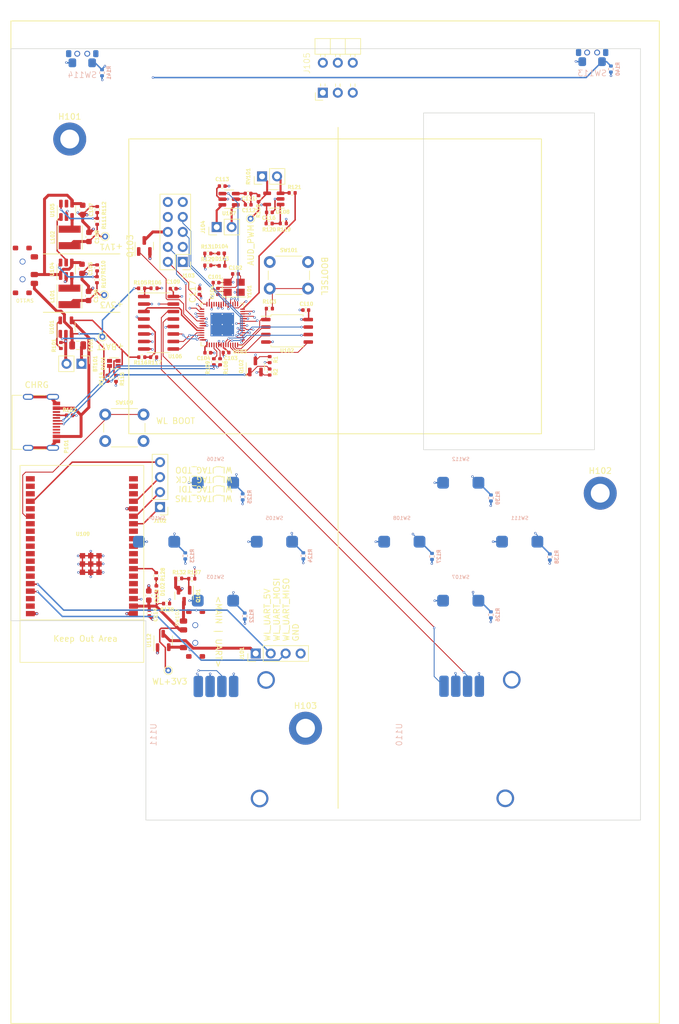
<source format=kicad_pcb>
(kicad_pcb (version 20221018) (generator pcbnew)
  (layers (0 "F.Cu" signal) (1 "In1.Cu" power) (2 "In2.Cu" signal) (3 "In3.Cu" signal) (4 "In4.Cu" power) (31 "B.Cu" signal) (34 "B.Paste" user) (35 "F.Paste" user) (36 "B.SilkS" user "B.Silkscreen") (37 "F.SilkS" user "F.Silkscreen") (38 "B.Mask" user) (39 "F.Mask" user) (44 "Edge.Cuts" user))
  (net 0 "")
  (net 1 "/XIN")
  (net 2 "GND")
  (net 3 "Net-(C102-Pad1)")
  (net 4 "+1V1")
  (net 5 "+3V3")
  (net 6 "+3V8")
  (net 7 "Net-(C111-Pad1)")
  (net 8 "Net-(U107-IN)")
  (net 9 "/WL_POWER")
  (net 10 "Net-(D101-RK)")
  (net 12 "Net-(D101-GK)")
  (net 13 "VBUS")
  (net 14 "Net-(U104-SW)")
  (net 15 "Net-(U105-SW)")
  (net 16 "/WL_POWER_~{EN}")
  (net 17 "/~{CHRG}")
  (net 18 "Net-(U101-PROG)")
  (net 19 "Net-(P101-CC)")
  (net 20 "/QSPI_SS")
  (net 21 "/~{USB_BOOT}")
  (net 22 "/XOUT")
  (net 23 "+BATT")
  (net 24 "/BATT_SENSE")
  (net 25 "Net-(U104-FB)")
  (net 26 "/USB_D+")
  (net 27 "Net-(U103-USB_DP)")
  (net 28 "/USB_D-")
  (net 29 "Net-(U103-USB_DM)")
  (net 30 "Net-(U105-FB)")
  (net 31 "/VBUS_SENSE")
  (net 32 "Net-(R118-Pad2)")
  (net 33 "Net-(U108-+)")
  (net 34 "Net-(U108--)")
  (net 35 "/AUDIO_OUT")
  (net 36 "/BUTTON0")
  (net 37 "/BUTTON1")
  (net 38 "/BUTTON2")
  (net 39 "/BUTTON3")
  (net 40 "/BUTTON4")
  (net 41 "/BUTTON5")
  (net 42 "Net-(D102-K)")
  (net 43 "/WL_UART_5V")
  (net 44 "/WL_EN")
  (net 45 "Net-(U109-IO0)")
  (net 46 "/QSPI_SD1")
  (net 47 "/QSPI_SD2")
  (net 48 "/QSPI_SD0")
  (net 49 "/QSPI_SCLK")
  (net 50 "/QSPI_SD3")
  (net 51 "/LCD_SPI_MISO")
  (net 52 "/LCD_SPI_CS")
  (net 53 "/LCD_SPI_CLK")
  (net 54 "/LCD_SPI_MOSI")
  (net 55 "/AUDIO_EN")
  (net 59 "/GATED_WL_POWER")
  (net 60 "Net-(Q101-G)")
  (net 61 "/WL_UART_MOSI")
  (net 62 "/WL_UART_MISO")
  (net 63 "/MUXED_ADC")
  (net 66 "/3V3_GOOD")
  (net 68 "/ADC_MUX_S0")
  (net 69 "/ADC_MUX_S1")
  (net 70 "/ADC_MUX_S2")
  (net 71 "/STICK1_Y")
  (net 72 "/STICK0_X")
  (net 73 "/STICK0_Y")
  (net 74 "/STICK1_X")
  (net 75 "/SPEAKER-")
  (net 76 "/SPEAKER+")
  (net 80 "Net-(U109-IO35)")
  (net 86 "/WL_JTAG_TMS")
  (net 87 "/WL_JTAG_TDI")
  (net 88 "/WL_JTAG_TCK")
  (net 95 "/WL_JTAG_TDO")
  (net 107 "Net-(SW102-C)")
  (net 109 "Net-(D103-K)")
  (net 110 "Net-(D104-K)")
  (net 111 "/LCD_LED")
  (net 112 "/LCD_RESET")
  (net 113 "/LCD_DC")
  (net 114 "/DBG_LED0")
  (net 115 "/DBG_LED1")
  (net 116 "/BUTTON6")
  (net 117 "/BUTTON7")
  (net 118 "Net-(Q102-D)")
  (net 119 "/BUTTON8")
  (net 120 "/BUTTON9")
  (net 121 "Net-(BT101-+)")
  (net 122 "/GAME_CART_TX")
  (net 123 "/GAME_CART_RX")
  (net 126 "Net-(J103-Pin_6)")
  (footprint "Resistor_SMD:R_0402_1005Metric" (layer "F.Cu") (at 54.275 65.325)
    (fp_text reference "R106")
    (fp_text value "47k")
  )
  (footprint "Connector_USB:USB_C_Receptacle_G-Switch_GT-USB-7010ASV" (layer "F.Cu") (at 33.995 88.055 -90)
    (fp_text reference "P101")
    (fp_text value "USB_C_Plug_USB2.0")
  )
  (footprint "Resistor_SMD:R_0402_1005Metric" (layer "F.Cu") (at 60.68 114.57)
    (fp_text reference "R137")
    (fp_text value "470")
  )
  (footprint "symbols:MK-12C02-G025_Slide_Switch" (layer "F.Cu") (at 61.275 123.95 -90)
    (fp_text reference "SW102")
    (fp_text value "SW_SPDT")
  )
  (footprint "TestPoint:TestPoint_THTPad_D1.0mm_Drill0.5mm" (layer "F.Cu") (at 45.525 73.555 90)
    (fp_text reference "TP103" hide)
    (fp_text value "BATT")
  )
  (footprint "Package_TO_SOT_SMD:SOT-23" (layer "F.Cu") (at 71.475 78.585 90)
    (fp_text reference "Q102")
    (fp_text value "AO3401A")
  )
  (footprint "Resistor_SMD:R_0402_1005Metric" (layer "F.Cu") (at 65.125 65.855 90)
    (fp_text reference "R104")
    (fp_text value "1k")
  )
  (footprint "Capacitor_SMD:C_0603_1608Metric" (layer "F.Cu") (at 53.385 117.425 90)
    (fp_text reference "C115")
    (fp_text value "22u")
  )
  (footprint "Capacitor_SMD:C_0402_1005Metric" (layer "F.Cu") (at 70.225 49.255 180)
    (fp_text reference "C111")
    (fp_text value "100n")
  )
  (footprint "Resistor_SMD:R_0402_1005Metric" (layer "F.Cu") (at 73.895 77.425 90)
    (fp_text reference "R1")
    (fp_text value "47k")
  )
  (footprint "Package_SO:SOIC-8_5.23x5.23mm_P1.27mm" (layer "F.Cu") (at 76.845 72.535)
    (fp_text reference "U102")
    (fp_text value "W25Q128JVS")
  )
  (footprint "TestPoint:TestPoint_THTPad_D1.0mm_Drill0.5mm" (layer "F.Cu") (at 56.695 130.125)
    (fp_text reference "TP105" hide)
    (fp_text value "ESP32-3.3v")
  )
  (footprint "Resistor_SMD:R_0402_1005Metric" (layer "F.Cu") (at 44.625 61.875 -90)
    (fp_text reference "R110")
    (fp_text value "15k")
  )
  (footprint "Package_TO_SOT_SMD:SOT-23-5" (layer "F.Cu") (at 74.605 50.175 180)
    (fp_text reference "U108")
    (fp_text value "LM321")
  )
  (footprint "Resistor_SMD:R_0402_1005Metric" (layer "F.Cu") (at 39.935 86.875)
    (fp_text reference "R102")
    (fp_text value "5.1k")
  )
  (footprint "MountingHole:MountingHole_3.2mm_M3_DIN965_Pad" (layer "F.Cu") (at 79.975 139.925)
    (fp_text reference "H103")
    (fp_text value "MountingHole_Pad")
  )
  (footprint "Connector_PinHeader_2.54mm:PinHeader_1x02_P2.54mm_Vertical" (layer "F.Cu") (at 64.905 54.945 90)
    (fp_text reference "J104")
    (fp_text value "Conn_01x02")
  )
  (footprint "Package_TO_SOT_SMD:TSOT-23-5" (layer "F.Cu") (at 39.325 71.905 90)
    (fp_text reference "U101")
    (fp_text value "LTC4054ES5-4.2")
  )
  (footprint "MountingHole:MountingHole_3.2mm_M3_DIN965_Pad" (layer "F.Cu") (at 39.975 40.025)
    (fp_text reference "H101")
    (fp_text value "MountingHole_Pad")
  )
  (footprint "Resistor_SMD:R_0402_1005Metric" (layer "F.Cu") (at 73.885 79.525 90)
    (fp_text reference "R2")
    (fp_text value "47k")
  )
  (footprint "Connector_PinHeader_2.54mm:PinHeader_1x04_P2.54mm_Vertical" (layer "F.Cu") (at 71.525 127.255 90)
    (fp_text reference "J101")
    (fp_text value "DNP")
  )
  (footprint "LED_SMD:LED_0402_1005Metric" (layer "F.Cu") (at 54.675 116.27 -90)
    (fp_text reference "D102")
    (fp_text value "LED")
  )
  (footprint "Resistor_SMD:R_0402_1005Metric" (layer "F.Cu") (at 47.825 80.615 90)
    (fp_text reference "R115")
    (fp_text value "470")
  )
  (footprint "Connector_PinHeader_2.54mm:PinHeader_1x02_P2.54mm_Vertical" (layer "F.Cu") (at 41.975 78.125 -90)
    (fp_text reference "BT101")
    (fp_text value "Battery_Cell")
  )
  (footprint "Package_DFN_QFN:QFN-56-1EP_7x7mm_P0.4mm_EP4x4mm_ThermalVias" (layer "F.Cu") (at 65.855 71.475 180)
    (fp_text reference "U103")
    (fp_text value "RP2040")
  )
  (footprint "Capacitor_SMD:C_0402_1005Metric" (layer "F.Cu") (at 73.855 52.455)
    (fp_text reference "C116")
    (fp_text value "1u")
  )
  (footprint "Capacitor_SMD:C_0603_1608Metric" (layer "F.Cu") (at 42.175 52.025 -90)
    (fp_text reference "C107")
    (fp_text value "4.7u")
  )
  (footprint "symbols:MK-12C02-G025_Slide_Switch" (layer "F.Cu") (at 31.975 62.3 90)
    (fp_text reference "SW110")
    (fp_text value "SW_SPDT")
  )
  (footprint "Package_TO_SOT_SMD:SOT-23-6" (layer "F.Cu") (at 67.005 50.225 180)
    (fp_text reference "U107")
    (fp_text value "PAM8301")
  )
  (footprint "LED_SMD:LED_LiteOn_LTST-C19HE1WT" (layer "F.Cu") (at 47.455 78.065 90)
    (fp_text reference "D101")
    (fp_text value "LED_RBGA")
  )
  (footprint "Package_TO_SOT_SMD:SOT-23-3" (layer "F.Cu") (at 55.825 125.045 90)
    (fp_text reference "U112")
    (fp_text value "XC6206PxxxMR")
  )
  (footprint "Package_TO_SOT_SMD:SOT-23" (layer "F.Cu") (at 59.375 117.465 -90)
    (fp_text reference "Q101")
    (fp_text value "AO3401A")
  )
  (footprint "Fuse:Fuse_0805_2012Metric" (layer "F.Cu") (at 41.325 75.005 180)
    (fp_text reference "F101")
    (fp_text value "I_{hold}=1A, I_{trip}=2A, R_{1max}=0.27Ω")
  )
  (footprint "Resistor_SMD:R_0402_1005Metric" (layer "F.Cu") (at 73.845 68.775)
    (fp_text reference "R103")
    (fp_text value "1k")
  )
  (footprint "Capacitor_SMD:C_0402_1005Metric" (layer "F.Cu") (at 57.525 65.395)
    (fp_text reference "C109")
    (fp_text value "1u")
  )
  (footprint "Button_Switch_THT:SW_PUSH_6mm" (layer "F.Cu") (at 73.905 60.875)
    (fp_text reference "SW101")
    (fp_text value "SW_Omron_B3FS")
  )
  (footprint "Connector_PinHeader_2.54mm:PinHeader_1x02_P2.54mm_Vertical" (layer "F.Cu") (at 72.605 46.355 90)
    (fp_text reference "RV101")
    (fp_text value "R_Potentiometer")
  )
  (footprint "Package_TO_SOT_SMD:SOT-23-6" (layer "F.Cu") (at 39.375 62.105 90)
    (fp_text reference "U104")
    (fp_text value "TLV62568DDC")
  )
  (footprint "Resistor_SMD:R_0402_1005Metric" (layer "F.Cu") (at 73.805 54.345)
    (fp_text reference "R120")
    (fp_text value "47k")
  )
  (footprint "Resistor_SMD:R_0402_1005Metric" (layer "F.Cu") (at 44.64 51.98 -90)
    (fp_text reference "R112")
    (fp_text value "120k")
  )
  (footprint "Resistor_SMD:R_0402_1005Metric" (layer "F.Cu") (at 58.455 114.525 180)
    (fp_text reference "R132")
    (fp_text value "47k")
  )
  (footprint "Resistor_SMD:R_0402_1005Metric" (layer "F.Cu") (at 64.42551 77.789261 -90)
    (fp_text reference "R109")
    (fp_text value "27")
  )
  (footprint "LED_SMD:LED_0402_1005Metric" (layer "F.Cu") (at 65.71 59.405)
    (fp_text reference "D104")
    (fp_text value "LED")
  )
  (footprint "Package_TO_SOT_SMD:SOT-23" (layer "F.Cu") (at 52.625 58.155 90)
    (fp_text reference "Q103")
    (fp_text value "AO3401A")
  )
  (footprint "Capacitor_SMD:C_0603_1608Metric" (layer "F.Cu") (at 43.165 66.625 90)
    (fp_text reference "C106")
    (fp_text value "10u")
  )
  (footprint "Resistor_SMD:R_0402_1005Metric" (layer "F.Cu") (at 77.705 49.155)
    (fp_text reference "R121")
    (fp_text value "10k")
  )
  (footprint "Resistor_SMD:R_0402_1005Metric" (layer "F.Cu") (at 46.365 80.585 -90)
    (fp_text reference "R114")
    (fp_text value "470")
  )
  (footprint "Resistor_SMD:R_0402_1005Metric" (layer "F.Cu") (at 65.485 77.785 -90)
    (fp_text reference "R108")
    (fp_text value "27")
  )
  (footprint "Resistor_SMD:R_0402_1005Metric" (layer "F.Cu") (at 44.595 63.875 -90)
    (fp_text reference "R107")
    (fp_text value "68k")
  )
  (footprint "Capacitor_SMD:C_0402_1005Metric" (layer "F.Cu") (at 61.985 65.885 90)
    (fp_text reference "C117")
    (fp_text value "1u")
  )
  (footprint "Inductor_SMD:L_Taiyo-Yuden_NR-40xx" (layer "F.Cu") (at 39.925 66.705 -90)
    (fp_text reference "L101")
    (fp_text value "2.2uH")
  )
  (footprint "Capacitor_SMD:C_0603_1608Metric" (layer "F.Cu") (at 43.235 56.625 90)
    (fp_text reference "C108")
    (fp_text value "10u")
  )
  (footprint "Package_TO_SOT_SMD:SOT-23-6" (layer "F.Cu") (at 39.425 52.105 90)
    (fp_text reference "U105")
    (fp_text value "TLV62568DDC")
  )
  (footprint "Capacitor_SMD:C_0402_1005Metric" (layer "F.Cu") (at 64.795 64.365)
    (fp_text reference "C101")
    (fp_text value "15p")
  )
  (footprint "Capacitor_SMD:C_0402_1005Metric" (layer "F.Cu") (at 70.255 51.165)
    (fp_text reference "C112")
    (fp_text value "2.2n")
  )
  (footprint "LED_SMD:LED_0402_1005Metric" (layer "F.Cu") (at 65.81 61.515)
    (fp_text reference "D103")
    (fp_text value "LED")
  )
  (footprint "Resistor_SMD:R_0402_1005Metric" (layer "F.Cu") (at 63.405 59.425 180)
    (fp_text reference "R131")
    (fp_text value "220")
  )
  (footprint "Capacitor_SMD:C_0402_1005Metric" (layer "F.Cu") (at 80.025 69.025 180)
    (fp_text reference "C110")
    (fp_text value "1u")
  )
  (footprint "Capacitor_SMD:C_0402_1005Metric" (layer "F.Cu") (at 66.495 76.225 180)
    (fp_text reference "C103")
    (fp_text value "1u")
  )
  (footprint "Resistor_SMD:R_0402_1005Metric" (layer "F.Cu") (at 56.405 118.785)
    (fp_text reference "R130")
    (fp_text value "47k")
  )
  (footprint "Resistor_SMD:R_0402_1005Metric" (layer "F.Cu") (at 63.405 61.445 180)
    (fp_text reference "R129")
    (fp_text value "220")
  )
  (footprint "MountingHole:MountingHole_3.2mm_M3_DIN965_Pad" (layer "F.Cu") (at 129.975 100.075)
    (fp_text reference "H102")
    (fp_text value "MountingHole_Pad")
  )
  (footprint "TestPoint:TestPoint_THTPad_D1.0mm_Drill0.5mm" (layer "F.Cu") (at 45.825 66.475 90)
    (fp_text reference "TP101" hide)
    (fp_text value "3.3v")
  )
  (footprint "Crystal:Crystal_SMD_3225-4Pin_3.2x2.5mm" (layer "F.Cu") (at 67.855 65.155)
    (fp_text reference "Y101")
    (fp_text value "ABM8-272-T3")
  )
  (footprint "Connector_PinHeader_2.54mm:PinHeader_2x05_P2.54mm_Vertical" (layer "F.Cu") (at 59.155 60.855 180)
    (fp_text reference "J103")
    (fp_text value "Conn_02x05_Odd_Even")
  )
  (footprint "symbols:02x03_Edge_Board_Connector_ER06BGFBK" (layer "F.Cu") (at 85.015 24.325 90)
    (fp_text reference "J105")
    (fp_text value "Conn_02x03_Odd_Even")
  )
  (footprint "Resistor_SMD:R_0402_1005Metric" (layer "F.Cu") (at 54.645 114.065 90)
    (fp_text reference "R128")
    (fp_text value "220")
  )
  (footprint "Resistor_SMD:R_0402_1005Metric" (layer "F.Cu") (at 38.475 75.025 90)
    (fp_text reference "R101")
    (fp_text value "1.27k")
  )
  (footprint "Connector_PinHeader_2.54mm:PinHeader_1x04_P2.54mm_Vertical" (layer "F.Cu") (at 55.295 102.425 180)
    (fp_text reference "J102")
    (fp_text value "DNP")
  )
  (footprint "Capacitor_SMD:C_0402_1005Metric" (layer "F.Cu") (at 53.475 120.395 -90)
    (fp_text reference "C114")
    (fp_text value "100n")
  )
  (footprint "Capacitor_SMD:C_0402_1005Metric" (layer "F.Cu") (at 65.845 48.005)
    (fp_text reference "C113")
    (fp_text value "1u")
  )
  (footprint "Inductor_SMD:L_Taiyo-Yuden_NR-40xx" (layer "F.Cu") (at 39.975 56.705 -90)
    (fp_text reference "L102")
    (fp_text value "2.2uH")
  )
  (footprint "Package_SO:SOP-16_3.9x9.9mm_P1.27mm" (layer "F.Cu") (at 55.055 71.175)
    (fp_text reference "U106")
    (fp_text value "4051")
  )
  (footprint "TestPoint:TestPoint_THTPad_D1.0mm_Drill0.5mm" (layer "F.Cu") (at 45.975 56.555 90)
    (fp_text reference "TP102" hide)
    (fp_text value "1.1v")
  )
  (footprint "Resistor_SMD:R_0402_1005Metric" (layer "F.Cu") (at 72.005 50.125 -90)
    (fp_text reference "R118")
    (fp_text value "2.2k")
  )
  (footprint "Capacitor_SMD:C_0402_1005Metric" (layer "F.Cu") (at 63.395 76.255)
    (fp_text reference "C104")
    (fp_text value "1u")
  )
  (footprint "Resistor_SMD:R_0402_1005Metric" (layer "F.Cu") (at 76.205 54.335)
    (fp_text reference "R119")
    (fp_text value "47k")
  )
  (footprint "Capacitor_SMD:C_0402_1005Metric" (layer "F.Cu") (at 68.095 62.895 180)
    (fp_text reference "C102")
    (fp_text value "15p")
  )
  (footprint "Button_Switch_THT:SW_PUSH_6mm" (layer "F.Cu") (at 45.995 86.725)
    (fp_text reference "SW109")
    (fp_text value "SW_Omron_B3FS")
  )
  (footprint "Resistor_SMD:R_0402_1005Metric" (layer "F.Cu") (at 54.205 77.015)
    (fp_text reference "R117")
    (fp_text value "47k")
  )
  (footprint "TestPoint:TestPoint_THTPad_D1.0mm_Drill0.5mm" (layer "F.Cu") (at 70.655 53.525 180)
    (fp_text reference "TP104" hide)
    (fp_text value "AUDIO_PWM")
  )
  (footprint "symbols:ESP32-WROVER-IE" (layer "F.Cu") (at 42.04 109.06 180)
    (fp_text reference "U109")
    (fp_text value "ESP32-WROVER-E")
  )
  (footprint "Resistor_SMD:R_0402_1005Metric" (layer "F.Cu") (at 52.175 65.335)
    (fp_text reference "R105")
    (fp_text value "47k")
  )
  (footprint "Capacitor_SMD:C_0603_1608Metric" (layer "F.Cu") (at 42.055 62.025 -90)
    (fp_text reference "C105")
    (fp_text value "4.7u")
  )
  (footprint "Resistor_SMD:R_0402_1005Metric" (layer "F.Cu") (at 52.205 77.005)
    (fp_text reference "R116")
    (fp_text value "47k")
  )
  (footprint "Resistor_SMD:R_0402_1005Metric" (layer "F.Cu") (at 44.63 53.98 -90)
    (fp_text reference "R111")
    (fp_text value "100k")
  )
  (footprint "Resistor_SMD:R_0402_1005Metric" (layer "B.Cu") (at 131.782142 28.155 90)
    (fp_text reference "R140")
    (fp_text value "47k")
  )
  (footprint "symbols:ALPSALPINE_SKPMBHE010" (layer "B.Cu") (at 64.701522 98.288828 180)
    (fp_text reference "SW106")
    (fp_text value "SW_Push")
  )
  (footprint "symbols:Horizontal_Button_TS24CA" (layer "B.Cu") (at 42.1 25.55 90)
    (fp_text reference "SW114")
    (fp_text value "SW_Push")
  )
  (footprint "Resistor_SMD:R_0402_1005Metric" (layer "B.Cu") (at 121.425 110.887858 90)
    (fp_text reference "R138")
    (fp_text value "47k")
  )
  (footprint "symbols:ALPSALPINE_SKPMBHE010" (layer "B.Cu") (at 74.702045 108.29486 180)
    (fp_text reference "SW105")
    (fp_text value "SW_Push")
  )
  (footprint "Resistor_SMD:R_0402_1005Metric" (layer "B.Cu") (at 79.605 110.692142 90)
    (fp_text reference "R124")
    (fp_text value "47k")
  )
  (footprint "Resistor_SMD:R_0402_1005Metric" (layer "B.Cu") (at 69.315 100.692142 90)
    (fp_text reference "R125")
    (fp_text value "47k")
  )
  (footprint "symbols:ALPSALPINE_SKPMBHE010" (layer "B.Cu") (at 106.312182 98.296447 180)
    (fp_text reference "SW112")
    (fp_text value "SW_Push")
  )
  (footprint "symbols:Horizontal_Button_TS24CA" (layer "B.Cu") (at 128.6 25.35 90)
    (fp_text reference "SW113")
    (fp_text value "SW_Push")
  )
  (footprint "Resistor_SMD:R_0402_1005Metric" (layer "B.Cu") (at 111.435 100.882142 90)
    (fp_text reference "R139")
    (fp_text value "47k")
  )
  (footprint "symbols:ALPSALPINE_SKPMBHE010" (layer "B.Cu") (at 96.316038 108.294473 180)
    (fp_text reference "SW108")
    (fp_text value "SW_Push")
  )
  (footprint "Resistor_SMD:R_0402_1005Metric" (layer "B.Cu") (at 45.455 28.782142 90)
    (fp_text reference "R141")
    (fp_text value "47k")
  )
  (footprint "symbols:Flat_Analog_Stick" (layer "B.Cu") (at 64.786131 141.041206 -90)
    (fp_text reference "U111")
    (fp_text value "10k Pot Joystick")
  )
  (footprint "symbols:ALPSALPINE_SKPMBHE010" (layer "B.Cu") (at 116.312573 108.288863 180)
    (fp_text reference "SW111")
    (fp_text value "SW_Push")
  )
  (footprint "Resistor_SMD:R_0402_1005Metric" (layer "B.Cu") (at 59.575 110.702142 90)
    (fp_text reference "R123")
    (fp_text value "47k")
  )
  (footprint "symbols:Flat_Analog_Stick" (layer "B.Cu") (at 106.46548 141.008242 -90)
    (fp_text reference "U110")
    (fp_text value "10k Pot Joystick")
  )
  (footprint "Resistor_SMD:R_0402_1005Metric" (layer "B.Cu") (at 111.425 120.697858 90)
    (fp_text reference "R126")
    (fp_text value "47k")
  )
  (footprint "Resistor_SMD:R_0402_1005Metric" (layer "B.Cu") (at 101.435 110.792142 90)
    (fp_text reference "R127")
    (fp_text value "47k")
  )
  (footprint "symbols:ALPSALPINE_SKPMBHE010" (layer "B.Cu") (at 54.708211 108.29888 180)
    (fp_text reference "SW104")
    (fp_text value "SW_Push")
  )
  (footprint "Resistor_SMD:R_0402_1005Metric" (layer "B.Cu") (at 69.665 120.902142 90)
    (fp_text reference "R122")
    (fp_text value "47k")
  )
  (footprint "symbols:ALPSALPINE_SKPMBHE010" (layer "B.Cu") (at 64.692818 118.287515 180)
    (fp_text reference "SW103")
    (fp_text value "SW_Push")
  )
  (footprint "symbols:ALPSALPINE_SKPMBHE010" (layer "B.Cu") (at 106.307434 118.29242 180)
    (fp_text reference "SW107")
    (fp_text value "SW_Push")
  )
  (gr_rect (start 30 20) (end 140 190) (stroke (width 0.15)) (fill none) (layer "F.SilkS"))
  (gr_line (start 35.5 69.4) (end 48.5 69.4) (stroke (width 0.15)) (layer "F.SilkS"))
  (gr_rect (start 50 40) (end 120 90) (stroke (width 0.15)) (fill none) (layer "F.SilkS"))
  (gr_line (start 85.5 38.05) (end 85.5 153.5) (stroke (width 0.15)) (layer "F.SilkS"))
  (gr_line (start 35.5 59.5) (end 48.5 59.5) (stroke (width 0.15)) (layer "F.SilkS"))
  (gr_line (start 136.8 24.7) (end 30 24.7) (stroke (width 0.1)) (layer "Edge.Cuts"))
  (gr_line (start 52.9 155.5) (end 136.8 155.5) (stroke (width 0.1)) (layer "Edge.Cuts"))
  (gr_line (start 30 24.7) (end 30 121.7) (stroke (width 0.1)) (layer "Edge.Cuts"))
  (gr_line (start 30 121.7) (end 52.9 121.7) (stroke (width 0.1)) (layer "Edge.Cuts"))
  (gr_line (start 52.9 121.7) (end 52.9 155.5) (stroke (width 0.1)) (layer "Edge.Cuts"))
  (gr_line (start 136.8 155.5) (end 136.8 24.7) (stroke (width 0.1)) (layer "Edge.Cuts"))
  (gr_rect (start 100 35.6) (end 129 92.7) (stroke (width 0.1)) (fill none) (layer "Edge.Cuts"))
  (gr_text "+1V1" (at 47 58.3 180) (layer "F.SilkS") (effects (font (size 1 1))))
  (gr_text "AUD_PWM" (at 70.7 58 90) (layer "F.SilkS") (effects (font (size 1 1))))
  (gr_text "CHRG" (at 32.25 82.3) (layer "F.SilkS") (effects (font (size 1 1)) (justify left bottom)))
  (gr_text "WL BOOT" (at 54.55 88.4) (layer "F.SilkS") (effects (font (size 1 1)) (justify left bottom)))
  (gr_text "+BATT" (at 46.9 75.2 180) (layer "F.SilkS") (effects (font (size 1 1))))
  (gr_text "BOOTSEL\n" (at 82.6 59.9 270) (layer "F.SilkS") (effects (font (size 1 1)) (justify left bottom)))
  (gr_text "WL_JTAG_TMS\nWL_JTAG_TDI\nWL_JTAG_TCK\nWL_JTAG_TDO" (at 67.65 95.55 180) (layer "F.SilkS") (effects (font (size 1 1)) (justify left bottom)))
  (gr_text "+3V3\n" (at 47.1 68.1 180) (layer "F.SilkS") (effects (font (size 1 1))))
  (gr_text "WL+3V3" (at 56.95 132) (layer "F.SilkS") (effects (font (size 1 1))))
  (gr_text "<MAIN | UART>" (at 64.65 117.4 270) (layer "F.SilkS") (effects (font (size 1 1)) (justify left bottom)))
  (gr_text "WL_UART_5V\nWL_UART_MOSI\nWL_UART_MISO\nGND" (at 78.9 125.3 90) (layer "F.SilkS") (effects (font (size 1 1)) (justify left bottom)))
  (segment (start 66.455 66.305) (end 66.455 68.025) (width 0.15) (layer "F.Cu") (net 1))
  (segment (start 64.315 65.367858) (end 64.315 64.365) (width 0.15) (layer "F.Cu") (net 1))
  (segment (start 66.755 66.005) (end 66.455 66.305) (width 0.15) (layer "F.Cu") (net 1))
  (segment (start 66.62 65.87) (end 64.817142 65.87) (width 0.15) (layer "F.Cu") (net 1))
  (segment (start 64.817142 65.87) (end 64.315 65.367858) (width 0.15) (layer "F.Cu") (net 1))
  (segment (start 66.755 66.005) (end 66.62 65.87) (width 0.15) (layer "F.Cu") (net 1))
  (segment (start 52.555 75.62) (end 53.92 75.62) (width 0.25) (layer "F.Cu") (net 2))
  (segment (start 42.14 112.08) (end 41.47 112.08) (width 0.25) (layer "F.Cu") (net 2))
  (segment (start 42.8 52.8) (end 42.9 52.9) (width 0.5) (layer "F.Cu") (net 2))
  (segment (start 42.14 113.48) (end 42.14 110.68) (width 0.25) (layer "F.Cu") (net 2))
  (segment (start 37.12 91.855) (end 37.72 91.255) (width 0.5) (layer "F.Cu") (net 2))
  (segment (start 39.375 64.025) (end 39.2 64.2) (width 0.5) (layer "F.Cu") (net 2))
  (segment (start 33.29 120.49) (end 34.39 120.49) (width 0.5) (layer "F.Cu") (net 2))
  (segment (start 55.575 65.325) (end 55.6 65.3) (width 0.25) (layer "F.Cu") (net 2))
  (segment (start 45.63 113.48) (end 45.65 113.5) (width 0.25) (layer "F.Cu") (net 2))
  (segment (start 37.12 84.255) (end 37.72 84.855) (width 0.5) (layer "F.Cu") (net 2))
  (segment (start 67.695 64.305) (end 67.7 64.3) (width 0.15) (layer "F.Cu") (net 2))
  (segment (start 47.825 81.125) (end 47.825 81.775) (width 0.25) (layer "F.Cu") (net 2))
  (segment (start 39.425 53.2425) (end 39.425 52.425) (width 0.35) (layer "F.Cu") (net 2))
  (segment (start 44.94 112.08) (end 45.62 112.08) (width 0.25) (layer "F.Cu") (net 2))
  (segment (start 76.715 54.335) (end 76.715 53.615) (width 0.25) (layer "F.Cu") (net 2))
  (segment (start 74.335 52.455) (end 74.8 51.99) (width 0.25) (layer "F.Cu") (net 2))
  (segment (start 37.12 92.375) (end 37.12 91.855) (width 0.5) (layer "F.Cu") (net 2))
  (segment (start 66.995 48.005) (end 67 48) (width 0.25) (layer "F.Cu") (net 2))
  (segment (start 32.92 83.735) (end 37.12 83.735) (width 0.5) (layer "F.Cu") (net 2))
  (segment (start 41.65 52.8) (end 41.35 52.5) (width 0.35) (layer "F.Cu") (net 2))
  (segment (start 41.47 112.08) (end 41.45 112.1) (width 0.25) (layer "F.Cu") (net 2))
  (segment (start 43.165 65.85) (end 43.35 65.85) (width 0.5) (layer "F.Cu") (net 2))
  (segment (start 58.695 65.395) (end 58.7 65.4) (width 0.25) (layer "F.Cu") (net 2))
  (segment (start 43.54 110.68) (end 43.54 113.48) (width 0.25) (layer "F.Cu") (net 2))
  (segment (start 43.505 51.47) (end 42.175 52.8) (width 0.25) (layer "F.Cu") (net 2))
  (segment (start 39.3 73.0675) (end 39.3 74.3) (width 0.5) (layer "F.Cu") (net 2))
  (segment (start 79.545 69.025) (end 79.025 69.025) (width 0.25) (layer "F.Cu") (net 2))
  (segment (start 61.985 64.865) (end 62.1 64.75) (width 0.35) (layer "F.Cu") (net 2))
  (segment (start 74.8 51.99) (end 74.8 50.2) (width 0.25) (layer "F.Cu") (net 2))
  (segment (start 39.425 52.425) (end 39.6 52.25) (width 0.35) (layer "F.Cu") (net 2))
  (segment (start 44.94 113.48) (end 44.94 110.68) (width 0.25) (layer "F.Cu") (net 2))
  (segment (start 67.615 63.445) (end 66.755 64.305) (width 0.15) (layer "F.Cu") (net 2))
  (segment (start 44.94 113.48) (end 45.63 113.48) (width 0.25) (layer "F.Cu") (net 2))
  (segment (start 32.92 92.375) (end 37.12 92.375) (width 0.5) (layer "F.Cu") (net 2))
  (segment (start 64.4555 76.255) (end 64.5005 76.3) (width 0.25) (layer "F.Cu") (net 2))
  (segment (start 66.325 48.005) (end 66.995 48.005) (width 0.25) (layer "F.Cu") (net 2))
  (segment (start 42.175 52.8) (end 41.65 52.8) (width 0.35) (layer "F.Cu") (net 2))
  (segment (start 41.42 110.68) (end 41.4 110.7) (width 0.25) (layer "F.Cu") (net 2))
  (segment (start 54.785 65.325) (end 55.575 65.325) (width 0.25) (layer "F.Cu") (net 2))
  (segment (start 54.048515 121.4495) (end 53.475 120.875985) (width 0.5) (layer "F.Cu") (net 2))
  (segment (start 43.54 110.68) (end 43.54 109.91) (width 0.25) (layer "F.Cu") (net 2))
  (segment (start 43.235 55.85) (end 43.235 55.035) (width 0.5) (layer "F.Cu") (net 2))
  (segment (start 43.165 65.85) (end 43.165 64.965) (width 0.5) (layer "F.Cu") (net 2))
  (segment (start 53.385 115.765) (end 53.4 115.75) (width 0.5) (layer "F.Cu") (net 2))
  (segment (start 49.66 102.71) (end 49.65 102.7) (width 0.5) (layer "F.Cu") (net 2))
  (segment (start 68.005 66.005) (end 68 66) (width 0.15) (layer "F.Cu") (net 2))
  (segment (start 39.435 78.125) (end 39.435 77.435) (width 0.5) (layer "F.Cu") (net 2))
  (segment (start 43.235 55.85) (end 43.45 55.85) (width 0.5) (layer "F.Cu") (net 2))
  (segment (start 41.075 86.875) (end 41.1 86.9) (width 0.25) (layer "F.Cu") (net 2))
  (segment (start 43.54 109.91) (end 43.55 109.9) (width 0.25) (layer "F.Cu") (net 2))
  (segment (start 42.175 53.975) (end 42.175 52.8) (width 0.5) (layer "F.Cu") (net 2))
  (segment (start 39.435 77.435) (end 39.3 77.3) (width 0.5) (layer "F.Cu") (net 2))
  (segment (start 53.95 74.35) (end 54 74.4) (width 0.25) (layer "F.Cu") (net 2))
  (segment (start 65.275 64.365) (end 66.695 64.365) (width 0.15) (layer "F.Cu") (net 2))
  (segment (start 40.445 86.875) (end 41.075 86.875) (width 0.25) (layer "F.Cu") (net 2))
  (segment (start 43.54 113.48) (end 43.54 114.24) (width 0.25) (layer "F.Cu") (net 2))
  (segment (start 54.65 77.55) (end 54.65 77.08) (width 0.25) (layer "F.Cu") (net 2))
  (segment (start 58.005 65.395) (end 58.695 65.395) (width 0.25) (layer "F.Cu") (net 2))
  (segment (start 38.475 74.515) (end 39.085 74.515) (width 0.25) (layer "F.Cu") (net 2))
  (segment (start 42.7 62.8) (end 42.8 62.9) (width 0.5) (layer "F.Cu") (net 2))
  (segment (start 42.175 52.8) (end 42.8 52.8) (width 0.5) (layer "F.Cu") (net 2))
  (segment (start 73.245 74.44) (end 74.36 74.44) (width 0.25) (layer "F.Cu") (net 2))
  (segment (start 39.085 74.515) (end 39.3 74.3) (width 0.25) (layer "F.Cu") (net 2))
  (segment (start 43.49 61.365) (end 42.055 62.8) (width 0.25) (layer "F.Cu") (net 2))
  (segment (start 39.325 73.0425) (end 39.3 73.0675) (width 0.5) (layer "F.Cu") (net 2))
  (segment (start 53.475 120.875985) (end 53.475 120.875) (width 0.5) (layer "F.Cu") (net 2))
  (segment (start 44.625 61.365) (end 43.49 61.365) (width 0.25) (layer "F.Cu") (net 2))
  (segment (start 47.825 81.775) (end 47.8 81.8) (width 0.25) (layer "F.Cu") (net 2))
  (segment (start 74.36 74.44) (end 74.4 74.4) (width 0.25) (layer "F.Cu") (net 2))
  (segment (start 43.235 55.035) (end 42.175 53.975) (width 0.5) (layer "F.Cu") (net 2))
  (segment (start 44.64 51.47) (end 43.505 51.47) (width 0.25) (layer "F.Cu") (net 2))
  (segment (start 42.14 110.68) (end 41.42 110.68) (width 0.25) (layer "F.Cu") (net 2))
  (segment (start 66.855 68.755) (end 66.9 68.8) (width 0.25) (layer "F.Cu") (net 2))
  (segment (start 68.955 66.005) (end 68.005 66.005) (width 0.15) (layer "F.Cu") (net 2))
  (segment (start 75.7425 50.175) (end 74.825 50.175) (width 0.25) (layer "F.Cu") (net 2))
  (segment (start 42.14 113.48) (end 44.94 113.48) (width 0.25) (layer "F.Cu") (net 2))
  (segment (start 50.79 102.71) (end 49.66 102.71) (width 0.5) (layer "F.Cu") (net 2))
  (segment (start 52.555 73.08) (end 53.98 73.08) (width 0.25) (layer "F.Cu") (net 2))
  (segment (start 53.385 116.65) (end 53.385 115.765) (width 0.5) (layer "F.Cu") (net 2))
  (segment (start 52.555 74.35) (end 53.95 74.35) (width 0.25) (layer "F.Cu") (net 2))
  (segment (start 43.54 114.24) (end 43.55 114.25) (width 0.25) (layer "F.Cu") (net 2))
  (segment (start 53.92 75.62) (end 54 75.7) (width 0.25) (layer "F.Cu") (net 2))
  (segment (start 39.3 77.3) (end 39.3 74.3) (width 0.5) (layer "F.Cu") (net 2))
  (segment (start 68.1425 50.225) (end 69.075 50.225) (width 0.35) (layer "F.Cu") (net 2))
  (segment (start 66.015 76.225) (end 66.015 76.715) (width 0.25) (layer "F.Cu") (net 2))
  (segment (start 42.055 62.8) (end 42.7 62.8) (width 0.5) (layer "F.Cu") (net 2))
  (segment (start 69.775 50.875) (end 69.1 50.2) (width 0.25) (layer "F.Cu") (net 2))
  (segment (start 50.79 120.49) (end 49.66 120.49) (width 0.5) (layer "F.Cu") (net 2))
  (segment (start 43.45 55.85) (end 44 55.3) (width 0.5) (layer "F.Cu") (net 2))
  (segment (start 53.98 73.08) (end 54 73.1) (width 0.25) (layer "F.Cu") (net 2))
  (segment (start 74.825 50.175) (end 74.8 50.2) (width 0.25) (layer "F.Cu") (net 2))
  (segment (start 76.715 53.615) (end 76.7 53.6) (width 0.25) (layer "F.Cu") (net 2))
  (segment (start 69.775 51.165) (end 69.775 50.875) (width 0.25) (layer "F.Cu") (net 2))
  (segment (start 42.14 113.48) (end 41.47 113.48) (width 0.25) (layer "F.Cu") (net 2))
  (segment (start 67.615 62.895) (end 67.615 63.445) (width 0.15) (layer "F.Cu") (net 2))
  (segment (start 34.39 120.49) (end 34.4 120.5) (width 0.5) (layer "F.Cu") (net 2))
  (segment (start 42.14 110.68) (end 44.94 110.68) (width 0.25) (layer "F.Cu") (net 2))
  (segment (start 61.985 65.405) (end 61.985 64.865) (width 0.35) (layer "F.Cu") (net 2))
  (segment (start 43.35 65.85) (end 43.9 65.3) (width 0.5) (layer "F.Cu") (net 2))
  (segment (start 54.65 77.08) (end 54.715 77.015) (width 0.25) (layer "F.Cu") (net 2))
  (segment (start 66.695 64.365) (end 66.755 64.305) (width 0.15) (layer "F.Cu") (net 2))
  (segment (start 79.025 69.025) (end 79 69) (width 0.25) (layer "F.Cu") (net 2))
  (segment (start 54.875 126.1825) (end 54.875 127.125) (width 0.5) (layer "F.Cu") (net 2))
  (segment (start 39.375 63.2425) (end 39.375 64.025) (width 0.5) (layer "F.Cu") (net 2))
  (segment (start 41.47 113.48) (end 41.45 113.5) (width 0.25) (layer "F.Cu") (net 2))
  (segment (start 73.86 77.9) (end 73.895 77.935) (width 0.15) (layer "F.Cu") (net 2))
  (segment (start 73.1 77.9) (end 73.86 77.9) (width 0.15) (layer "F.Cu") (net 2))
  (segment (start 69.075 50.225) (end 69.1 50.2) (width 0.35) (layer "F.Cu") (net 2))
  (segment (start 37.12 83.735) (end 37.12 84.255) (width 0.5) (layer "F.Cu") (net 2))
  (segment (start 66.855 68.025) (end 66.855 68.755) (width 0.25) (layer "F.Cu") (net 2))
  (segment (start 66.755 64.305) (end 67.695 64.305) (width 0.15) (layer "F.Cu") (net 2))
  (segment (start 44.94 110.68) (end 45.63 110.68) (width 0.25) (layer "F.Cu") (net 2))
  (segment (start 45.62 112.08) (end 45.65 112.05) (width 0.25) (layer "F.Cu") (net 2))
  (segment (start 49.66 120.49) (end 49.65 120.5) (width 0.5) (layer "F.Cu") (net 2))
  (segment (start 63.875 76.255) (end 64.4555 76.255) (width 0.25) (layer "F.Cu") (net 2))
  (segment (start 42.14 112.08) (end 44.94 112.08) (width 0.25) (layer "F.Cu") (net 2))
  (segment (start 54.875 127.125) (end 54.85 127.15) (width 0.5) (layer "F.Cu") (net 2))
  (segment (start 42.055 63.855) (end 42.055 62.8) (width 0.5) (layer "F.Cu") (net 2))
  (segment (start 43.165 64.965) (end 42.055 63.855) (width 0.5) (layer "F.Cu") (net 2))
  (segment (start 66.015 76.715) (end 66.2 76.9) (width 0.25) (layer "F.Cu") (net 2))
  (segment (start 45.63 110.68) (end 45.65 110.7) (width 0.25) (layer "F.Cu") (net 2))
  (via (at 41.35 52.5) (size 0.4) (drill 0.2) (layers "F.Cu" "B.Cu") (net 2))
  (via (at 111.4 121.9) (size 0.4) (drill 0.2) (layers "F.Cu" "B.Cu") (net 2))
  (via (at 54 74.4) (size 0.4) (drill 0.2) (layers "F.Cu" "B.Cu") (net 2))
  (via (at 45.65 113.5) (size 0.4) (drill 0.2) (layers "F.Cu" "B.Cu") (net 2))
  (via (at 44 55.3) (size 0.4) (drill 0.2) (layers "F.Cu" "B.Cu") (net 2))
  (via (at 69.3 101.9) (size 0.4) (drill 0.2) (layers "F.Cu" "B.Cu") (net 2))
  (via (at 41.45 113.5) (size 0.4) (drill 0.2) (layers "F.Cu" "B.Cu") (net 2))
  (via (at 45.65 110.7) (size 0.4) (drill 0.2) (layers "F.Cu" "B.Cu") (net 2))
  (via (at 54.65 77.55) (size 0.4) (drill 0.2) (layers "F.Cu" "B.Cu") (net 2))
  (via (at 41.4 110.7) (size 0.4) (drill 0.2) (layers "F.Cu" "B.Cu") (net 2))
  (via (at 45.65 112.05) (size 0.4) (drill 0.2) (layers "F.Cu" "B.Cu") (net 2))
  (via (at 66.2 76.9) (size 0.4) (drill 0.2) (layers "F.Cu" "B.Cu") (net 2))
  (via (at 67.7 64.3) (size 0.4) (drill 0.2) (layers "F.Cu" "B.Cu") (net 2))
  (via (at 105.4 130.6) (size 0.4) (drill 0.2) (layers "F.Cu" "B.Cu") (net 2))
  (via (at 54.85 127.15) (size 0.4) (drill 0.2) (layers "F.Cu" "B.Cu") (net 2))
  (via (at 39.2 64.2) (size 0.4) (drill 0.2) (layers "F.Cu" "B.Cu") (net 2))
  (via (at 68 66) (size 0.4) (drill 0.2) (layers "F.Cu" "B.Cu") (net 2))
  (via (at 54 75.7) (size 0.4) (drill 0.2) (layers "F.Cu" "B.Cu") (net 2))
  (via (at 74.8 50.2) (size 0.4) (drill 0.2) (layers "F.Cu" "B.Cu") (net 2))
  (via (at 49.65 120.5) (size 0.4) (drill 0.2) (layers "F.Cu" "B.Cu") (net 2))
  (via (at 69.7 122.2) (size 0.4) (drill 0.2) (layers "F.Cu" "B.Cu") (net 2))
  (via (at 41.45 112.1) (size 0.4) (drill 0.2) (layers "F.Cu" "B.Cu") (net 2))
  (via (at 43.55 114.25) (size 0.4) (drill 0.2) (layers "F.Cu" "B.Cu") (net 2))
  (via (at 43.9 65.3) (size 0.4) (drill 0.2) (layers "F.Cu" "B.Cu") (net 2))
  (via (at 69.1 50.2) (size 0.4) (drill 0.2) (layers "F.Cu" "B.Cu") (net 2))
  (via (at 63.8 130.7) (size 0.4) (drill 0.2) (layers "F.Cu" "B.Cu") (net 2))
  (via (at 55.6 65.3) (size 0.4) (drill 0.2) (layers "F.Cu" "B.Cu") (net 2))
  (via (at 74.4 74.4) (size 0.4) (drill 0.2) (layers "F.Cu" "B.Cu") (net 2))
  (via (at 34.4 120.5) (size 0.4) (drill 0.2) (layers "F.Cu" "B.Cu") (net 2))
  (via (at 131.8 29.3) (size 0.4) (drill 0.2) (layers "F.Cu" "B.Cu") (net 2))
  (via (at 59.6 112) (size 0.4) (drill 0.2) (layers "F.Cu" "B.Cu") (net 2))
  (via (at 49.65 102.7) (size 0.4) (drill 0.2) (layers "F.Cu" "B.Cu") (net 2))
  (via (at 54.048515 121.4495) (size 0.4) (drill 0.2) (layers "F.Cu" "B.Cu") (net 2))
  (via (at 64.5005 76.3) (size 0.4) (drill 0.2) (layers "F.Cu" "B.Cu") (net 2))
  (via (at 43.55 109.9) (size 0.4) (drill 0.2) (layers "F.Cu" "B.Cu") (net 2))
  (via (at 101.4 112) (size 0.4) (drill 0.2) (layers "F.Cu" "B.Cu") (net 2))
  (via (at 73.1 77.9) (size 0.4) (drill 0.2) (layers "F.Cu" "B.Cu") (net 2))
  (via (at 66.9 68.8) (size 0.4) (drill 0.2) (layers "F.Cu" "B.Cu") (net 2))
  (via (at 45.5 30) (size 0.4) (drill 0.2) (layers "F.Cu" "B.Cu") (net 2))
  (via (at 53.4 115.75) (size 0.4) (drill 0.2) (layers "F.Cu" "B.Cu") (net 2))
  (via (at 42.8 62.9) (size 0.4) (drill 0.2) (layers "F.Cu" "B.Cu") (net 2))
  (via (at 47.8 81.8) (size 0.4) (drill 0.2) (layers "F.Cu" "B.Cu") (net 2))
  (via (at 111.4 102.2) (size 0.4) (drill 0.2) (layers "F.Cu" "B.Cu") (net 2))
  (via (at 76.7 53.6) (size 0.4) (drill 0.2) (layers "F.Cu" "B.Cu") (net 2))
  (via (at 121.4 112) (size 0.4) (drill 0.2) (layers "F.Cu" "B.Cu") (net 2))
  (via (at 67 48) (size 0.4) (drill 0.2) (layers "F.Cu" "B.Cu") (net 2))
  (via (at 79 69) (size 0.4) (drill 0.2) (layers "F.Cu" "B.Cu") (net 2))
  (via (at 41.1 86.9) (size 0.4) (drill 0.2) (layers "F.Cu" "B.Cu") (net 2))
  (via (at 54 73.1) (size 0.4) (drill 0.2) (layers "F.Cu" "B.Cu") (net 2))
  (via (at 42.9 52.9) (size 0.4) (drill 0.2) (layers "F.Cu" "B.Cu") (net 2))
  (via (at 62.1 64.75) (size 0.4) (drill 0.2) (layers "F.Cu" "B.Cu") (net 2))
  (via (at 58.7 65.4) (size 0.4) (drill 0.2) (layers "F.Cu" "B.Cu") (net 2))
  (via (at 39.3 74.3) (size 0.4) (drill 0.2) (layers "F.Cu" "B.Cu") (net 2))
  (via (at 79.6 111.9) (size 0.4) (drill 0.2) (layers "F.Cu" "B.Cu") (net 2))
  (via (at 39.6 52.25) (size 0.4) (drill 0.2) (layers "F.Cu" "B.Cu") (net 2))
  (segment (start 105.46548 130.66548) (end 105.4 130.6) (width 0.25) (layer "B.Cu") (net 2))
  (segment (start 111.425 121.875) (end 111.4 121.9) (width 0.25) (layer "B.Cu") (net 2))
  (segment (start 101.435 111.965) (end 101.4 112) (width 0.25) (layer "B.Cu") (net 2))
  (segment (start 111.435 102.165) (end 111.4 102.2) (width 0.25) (layer "B.Cu") (net 2))
  (segment (start 79.605 111.895) (end 79.6 111.9) (width 0.25) (layer "B.Cu") (net 2))
  (segment (start 45.455 29.955) (end 45.5 30) (width 0.25) (layer "B.Cu") (net 2))
  (segment (start 59.575 111.212142) (end 59.575 111.975) (width 0.25) (layer "B.Cu") (net 2))
  (segment (start 63.786131 130.713869) (end 63.8 130.7) (width 0.25) (layer "B.Cu") (net 2))
  (segment (start 121.425 111.975) (end 121.4 112) (width 0.25) (layer "B.Cu") (net 2))
  (segment (start 101.435 111.302142) (end 101.435 111.965) (width 0.25) (layer "B.Cu") (net 2))
  (segment (start 63.786131 132.841206) (end 63.786131 130.713869) (width 0.25) (layer "B.Cu") (net 2))
  (segment (start 111.435 101.392142) (end 111.435 102.165) (width 0.25) (layer "B.Cu") (net 2))
  (segment (start 45.455 29.292142) (end 45.455 29.955) (width 0.25) (layer "B.Cu") (net 2))
  (segment (start 59.575 111.975) (end 59.6 112) (width 0.25) (layer "B.Cu") (net 2))
  (segment (start 131.782142 29.282142) (end 131.8 29.3) (width 0.25) (layer "B.Cu") (net 2))
  (segment (start 131.782142 28.665) (end 131.782142 29.282142) (width 0.25) (layer "B.Cu") (net 2))
  (segment (start 121.425 111.397858) (end 121.425 111.975) (width 0.25) (layer "B.Cu") (net 2))
  (segment (start 79.605 111.202142) (end 79.605 111.895) (width 0.25) (layer "B.Cu") (net 2))
  (segment (start 69.665 122.165) (end 69.7 122.2) (width 0.25) (layer "B.Cu") (net 2))
  (segment (start 69.315 101.202142) (end 69.315 101.885) (width 0.25) (layer "B.Cu") (net 2))
  (segment (start 111.425 121.207858) (end 111.425 121.875) (width 0.25) (layer "B.Cu") (net 2))
  (segment (start 69.665 121.412142) (end 69.665 122.165) (width 0.25) (layer "B.Cu") (net 2))
  (segment (start 69.315 101.885) (end 69.3 101.9) (width 0.25) (layer "B.Cu") (net 2))
  (segment (start 105.46548 132.808242) (end 105.46548 130.66548) (width 0.25) (layer "B.Cu") (net 2))
  (segment (start 68.955 63.275) (end 68.575 62.895) (width 0.15) (layer "F.Cu") (net 3))
  (segment (start 65.125 65.345) (end 65.29 65.18) (width 0.15) (layer "F.Cu") (net 3))
  (segment (start 65.29 65.18) (end 68.08 65.18) (width 0.15) (layer "F.Cu") (net 3))
  (segment (start 68.08 65.18) (end 68.955 64.305) (width 0.15) (layer "F.Cu") (net 3))
  (segment (start 68.955 64.305) (end 68.955 63.275) (width 0.15) (layer "F.Cu") (net 3))
  (segment (start 40.68 57.4) (end 39.975 58.105) (width 0.5) (layer "F.Cu") (net 4))
  (segment (start 44.63 56.005) (end 45.18 56.555) (width 0.25) (layer "F.Cu") (net 4))
  (segment (start 62.25 66.63) (end 61.985 66.365) (width 0.35) (layer "F.Cu") (net 4))
  (segment (start 66.055 74.36841) (end 66.055 74.925) (width 0.25) (layer "F.Cu") (net 4))
  (segment (start 66.055 74.925) (end 66.055 75.386006) (width 0.25) (layer "F.Cu") (net 4))
  (segment (start 66.055 75.386006) (end 66.268994 75.6) (width 0.25) (layer "F.Cu") (net 4))
  (segment (start 65.255 68.573248) (end 65.255 68.025) (width 0.25) (layer "F.Cu") (net 4))
  (segment (start 65.164184 68.680048) (end 65.164184 68.664064) (width 0.25) (layer "F.Cu") (net 4))
  (segment (start 66.35 75.6) (end 66.975 76.225) (width 0.25) (layer "F.Cu") (net 4))
  (segment (start 44.63 54.49) (end 44.63 56.005) (width 0.25) (layer "F.Cu") (net 4))
  (segment (start 43.235 57.4) (end 40.68 57.4) (width 0.5) (layer "F.Cu") (net 4))
  (segment (start 44.63 56.005) (end 43.235 57.4) (width 0.25) (layer "F.Cu") (net 4))
  (segment (start 62.25 67) (end 62.25 66.63) (width 0.35) (layer "F.Cu") (net 4))
  (segment (start 66.0305 74.34391) (end 66.055 74.36841) (width 0.25) (layer "F.Cu") (net 4))
  (segment (start 45.18 56.555) (end 45.975 56.555) (width 0.25) (layer "F.Cu") (net 4))
  (segment (start 66.268994 75.6) (end 66.35 75.6) (width 0.25) (layer "F.Cu") (net 4))
  (segment (start 65.164184 68.664064) (end 65.255 68.573248) (width 0.25) (layer "F.Cu") (net 4))
  (via (at 65.164184 68.680048) (size 0.4) (drill 0.2) (layers "F.Cu" "B.Cu") (net 4))
  (via (at 62.25 67) (size 0.4) (drill 0.2) (layers "F.Cu" "B.Cu") (net 4))
  (via (at 66.0305 74.34391) (size 0.4) (drill 0.2) (layers "F.Cu" "B.Cu") (net 4))
  (segment (start 65.878775 68.754909) (end 65.655 68.531134) (width 0.25) (layer "F.Cu") (net 5))
  (segment (start 65.8675 50.225) (end 66.775 50.225) (width 0.35) (layer "F.Cu") (net 5))
  (segment (start 63.255 74.255) (end 63.2 74.2) (width 0.25) (layer "F.Cu") (net 5))
  (segment (start 40.63 67.4) (end 39.925 68.105) (width 0.5) (layer "F.Cu") (net 5))
  (segment (start 58.425 116.5275) (end 58.7725 116.5275) (width 0.5) (layer "F.Cu") (net 5))
  (segment (start 71.7775 79.5225) (end 71.7 79.6) (width 0.15) (layer "F.Cu") (net 5))
  (segment (start 72.425 79.5225) (end 71.7775 79.5225) (width 0.15) (layer "F.Cu") (net 5))
  (segment (start 80.505 69.025) (end 80.505 70.57) (width 0.25) (layer "F.Cu") (net 5))
  (segment (start 66.775 50.225) (end 66.8 50.2) (width 0.35) (layer "F.Cu") (net 5))
  (segment (start 58.97 66.73) (end 59 66.7) (width 0.25) (layer "F.Cu") (net 5))
  (segment (start 57.555 66.73) (end 57.555 65.905) (width 0.25) (layer "F.Cu") (net 5))
  (segment (start 64.93 49.63) (end 65.525 50.225) (width 0.25) (layer "F.Cu") (net 5))
  (segment (start 53.575 59.0925) (end 53.575 60.275) (width 0.5) (layer "F.Cu") (net 5))
  (segment (start 64.93 48.44) (end 64.93 49.63) (width 0.25) (layer "F.Cu") (net 5))
  (segment (start 73.375 54.265) (end 73.295 54.345) (width 0.25) (layer "F.Cu") (net 5))
  (segment (start 72.9375 80.035) (end 72.425 79.5225) (width 0.15) (layer "F.Cu") (net 5))
  (segment (start 65.255 74.925) (end 65.255 74.345) (width 0.25) (layer "F.Cu") (net 5))
  (segment (start 45.925 66.455) (end 45.08 66.455) (width 0.25) (layer "F.Cu") (net 5))
  (segment (start 80.445 70.63) (end 79.28 70.63) (width 0.35) (layer "F.Cu") (net 5))
  (segment (start 58.425 116.5275) (end 57.945 116.0475) (width 0.5) (layer "F.Cu") (net 5))
  (segment (start 58.7725 116.5275) (end 59.05 116.25) (width 0.5) (layer "F.Cu") (net 5))
  (segment (start 43.165 67.4) (end 40.63 67.4) (width 0.5) (layer "F.Cu") (net 5))
  (segment (start 53.575 60.275) (end 53.6 60.3) (width 0.5) (layer "F.Cu") (net 5))
  (segment (start 66.195 60.295) (end 66.3 60.4) (width 0.25) (layer "F.Cu") (net 5))
  (segment (start 73.375 52.455) (end 73.375 54.265) (width 0.25) (layer "F.Cu") (net 5))
  (segment (start 72.575 51.125) (end 72.5 51.2) (width 0.25) (layer "F.Cu") (net 5))
  (segment (start 73.4675 51.125) (end 72.575 51.125) (width 0.25) (layer "F.Cu") (net 5))
  (segment (start 57.945 116.0475) (end 57.945 114.525) (width 0.5) (layer "F.Cu") (net 5))
  (segment (start 57.555 65.905) (end 57.045 65.395) (width 0.25) (layer "F.Cu") (net 5))
  (segment (start 73.885 80.035) (end 72.9375 80.035) (width 0.15) (layer "F.Cu") (net 5))
  (segment (start 80.505 70.57) (end 80.445 70.63) (width 0.25) (layer "F.Cu") (net 5))
  (segment (start 70.175 70.475) (end 70.2 70.5) (width 0.25) (layer "F.Cu") (net 5))
  (segment (start 63.255 74.925) (end 63.255 74.255) (width 0.25) (layer "F.Cu") (net 5))
  (segment (start 63.075 74.075) (end 63.2 74.2) (width 0.25) (layer "F.Cu") (net 5))
  (segment (start 62.405 74.075) (end 63.075 74.075) (width 0.25) (layer "F.Cu") (net 5))
  (segment (start 66.295 61.515) (end 66.295 60.405) (width 0.25) (layer "F.Cu") (net 5))
  (segment (start 57.555 66.73) (end 58.97 66.73) (width 0.25) (layer "F.Cu") (net 5))
  (segment (start 62.915 76.255) (end 62.915 75.265) (width 0.25) (layer "F.Cu") (net 5))
  (segment (start 64.055 68.872489) (end 64.055 68.025) (width 0.25) (layer "F.Cu") (net 5))
  (segment (start 62.405 70.475) (end 63.175 70.475) (width 0.25) (layer "F.Cu") (net 5))
  (segment (start 66.295 60.405) (end 66.3 60.4) (width 0.25) (layer "F.Cu") (net 5))
  (segment (start 65.255 74.345) (end 65.3 74.3) (width 0.25) (layer "F.Cu") (net 5))
  (segment (start 63.175 70.475) (end 63.2 70.5) (width 0.25) (layer "F.Cu") (net 5))
  (segment (start 79.28 70.63) (end 79.25 70.6) (width 0.35) (layer "F.Cu") (net 5))
  (segment (start 66.195 59.405) (end 66.195 60.295) (width 0.25) (layer "F.Cu") (net 5))
  (segment (start 69.305 74.295) (end 69.1 74.5) (width 0.25) (layer "F.Cu") (net 5))
  (segment (start 44.595 64.385) (end 44.595 65.97) (width 0.25) (layer "F.Cu") (net 5))
  (segment (start 65.525 50.225) (end 65.8675 50.225) (width 0.25) (layer "F.Cu") (net 5))
  (segment (start 69.305 70.475) (end 70.175 70.475) (width 0.25) (layer "F.Cu") (net 5))
  (segment (start 62.915 75.265) (end 63.255 74.925) (width 0.25) (layer "F.Cu") (net 5))
  (segment (start 65.655 74.925) (end 65.255 74.925) (width 0.25) (layer "F.Cu") (net 5))
  (segment (start 66.805 50.195) (end 66.8 50.2) (width 0.25) (layer "F.Cu") (net 5))
  (segment (start 65.655 68.531134) (end 65.655 68.025) (width 0.25) (layer "F.Cu") (net 5))
  (segment (start 73.375 51.2175) (end 73.4675 51.125) (width 0.25) (layer "F.Cu") (net 5))
  (segment (start 65.365 48.005) (end 64.93 48.44) (width 0.25) (layer "F.Cu") (net 5))
  (segment (start 45.08 66.455) (end 44.595 65.97) (width 0.25) (layer "F.Cu") (net 5))
  (segment (start 44.595 65.97) (end 43.165 67.4) (width 0.25) (layer "F.Cu") (net 5))
  (segment (start 73.375 52.455) (end 73.375 51.2175) (width 0.25) (layer "F.Cu") (net 5))
  (segment (start 69.305 74.075) (end 69.305 74.295) (width 0.25) (layer "F.Cu") (net 5))
  (via (at 69.1 74.5) (size 0.4) (drill 0.2) (layers "F.Cu" "B.Cu") (net 5))
  (via (at 64.055 68.872489) (size 0.4) (drill 0.2) (layers "F.Cu" "B.Cu") (net 5))
  (via (at 53.05 108.3) (size 0.4) (drill 0.2) (layers "F.Cu" "B.Cu") (net 5))
  (via (at 60.3 118.3) (size 0.4) (drill 0.2) (layers "F.Cu" "B.Cu") (net 5))
  (via (at 39.4 27.05) (size 0.4) (drill 0.2) (layers "F.Cu" "B.Cu") (net 5))
  (via (at 59.05 116.25) (size 0.4) (drill 0.2) (layers "F.Cu" "B.Cu") (net 5))
  (via (at 109.4 130.6) (size 0.4) (drill 0.2) (layers "F.Cu" "B.Cu") (net 5))
  (via (at 91.9 108.3) (size 0.4) (drill 0.2) (layers "F.Cu" "B.Cu") (net 5))
  (via (at 111.8 108.3) (size 0.4) (drill 0.2) (layers "F.Cu" "B.Cu") (net 5))
  (via (at 72.5 51.2) (size 0.4) (drill 0.2) (layers "F.Cu" "B.Cu") (net 5))
  (via (at 67.8 130.7) (size 0.4) (drill 0.2) (layers "F.Cu" "B.Cu") (net 5))
  (via (at 125.85 26.85) (size 0.4) (drill 0.2) (layers "F.Cu" "B.Cu") (net 5))
  (via (at 63.2 74.2) (size 0.4) (drill 0.2) (layers "F.Cu" "B.Cu") (net 5))
  (via (at 66.3 60.4) (size 0.4) (drill 0.2) (layers "F.Cu" "B.Cu") (net 5))
  (via (at 71.7 79.6) (size 0.4) (drill 0.2) (layers "F.Cu" "B.Cu") (net 5))
  (via (at 53.6 60.3) (size 0.4) (drill 0.2) (layers "F.Cu" "B.Cu") (net 5))
  (via (at 65.878775 68.754909) (size 0.4) (drill 0.2) (layers "F.Cu" "B.Cu") (net 5))
  (via (at 59 66.7) (size 0.4) (drill 0.2) (layers "F.Cu" "B.Cu") (net 5))
  (via (at 60.2 98.3) (size 0.4) (drill 0.2) (layers "F.Cu" "B.Cu") (net 5))
  (via (at 66.8 50.2) (size 0.4) (drill 0.2) (layers "F.Cu" "B.Cu") (net 5))
  (via (at 70.2 70.5) (size 0.4) (drill 0.2) (layers "F.Cu" "B.Cu") (net 5))
  (via (at 70.3 108.3) (size 0.4) (drill 0.2) (layers "F.Cu" "B.Cu") (net 5))
  (via (at 101.9 118.3) (size 0.4) (drill 0.2) (layers "F.Cu" "B.Cu") (net 5))
  (via (at 101.9 98.3) (size 0.4) (drill 0.2) (layers "F.Cu" "B.Cu") (net 5))
  (via (at 63.2 70.5) (size 0.4) (drill 0.2) (layers "F.Cu" "B.Cu") (net 5))
  (via (at 65.3 74.3) (size 0.4) (drill 0.2) (layers "F.Cu" "B.Cu") (net 5))
  (via (at 79.25 70.6) (size 0.4) (drill 0.2) (layers "F.Cu" "B.Cu") (net 5))
  (segment (start 109.46548 132.808242) (end 109.46548 130.66548) (width 0.25) (layer "B.Cu") (net 5))
  (segment (start 40.425 27.1) (end 39.45 27.1) (width 0.25) (layer "B.Cu") (net 5))
  (segment (start 103.312182 98.296447) (end 101.903553 98.296447) (width 0.25) (layer "B.Cu") (net 5))
  (segment (start 70.30514 108.29486) (end 70.3 108.3) (width 0.25) (layer "B.Cu") (net 5))
  (segment (start 111.811137 108.288863) (end 111.8 108.3) (width 0.25) (layer "B.Cu") (net 5))
  (segment (start 113.312573 108.288863) (end 111.811137 108.288863) (width 0.25) (layer "B.Cu") (net 5))
  (segment (start 51.708211 108.29888) (end 53.04888 108.29888) (width 0.25) (layer "B.Cu") (net 5))
  (segment (start 109.46548 130.66548) (end 109.4 130.6) (width 0.25) (layer "B.Cu") (net 5))
  (segment (start 39.45 27.1) (end 39.4 27.05) (width 0.25) (layer "B.Cu") (net 5))
  (segment (start 101.90758 118.29242) (end 101.9 118.3) (width 0.25) (layer "B.Cu") (net 5))
  (segment (start 93.316038 108.294473) (end 91.905527 108.294473) (width 0.25) (layer "B.Cu") (net 5))
  (segment (start 53.04888 108.29888) (end 53.05 108.3) (width 0.25) (layer "B.Cu") (net 5))
  (segment (start 67.786131 132.841206) (end 67.786131 130.713869) (width 0.25) (layer "B.Cu") (net 5))
  (segment (start 103.307434 118.29242) (end 101.90758 118.29242) (width 0.25) (layer "B.Cu") (net 5))
  (segment (start 91.905527 108.294473) (end 91.9 108.3) (width 0.25) (layer "B.Cu") (net 5))
  (segment (start 101.903553 98.296447) (end 101.9 98.3) (width 0.25) (layer "B.Cu") (net 5))
  (segment (start 125.9 26.9) (end 125.85 26.85) (width 0.25) (layer "B.Cu") (net 5))
  (segment (start 71.702045 108.29486) (end 70.30514 108.29486) (width 0.25) (layer "B.Cu") (net 5))
  (segment (start 61.701522 98.288828) (end 60.211172 98.288828) (width 0.25) (layer "B.Cu") (net 5))
  (segment (start 126.925 26.9) (end 125.9 26.9) (width 0.25) (layer "B.Cu") (net 5))
  (segment (start 67.786131 130.713869) (end 67.8 130.7) (width 0.25) (layer "B.Cu") (net 5))
  (segment (start 60.211172 98.288828) (end 60.2 98.3) (width 0.25) (layer "B.Cu") (net 5))
  (segment (start 60.312485 118.287515) (end 60.3 118.3) (width 0.25) (layer "B.Cu") (net 5))
  (segment (start 61.692818 118.287515) (end 60.312485 118.287515) (width 0.25) (layer "B.Cu") (net 5))
  (segment (start 41.8925 50.9675) (end 42.175 51.25) (width 0.5) (layer "F.Cu") (net 6))
  (segment (start 39.854999 62.1) (end 38.905001 62.1) (width 0.5) (layer "F.Cu") (net 6))
  (segment (start 35.7 63) (end 35.7 50.2) (width 0.5) (layer "F.Cu") (net 6))
  (segment (start 39.55 49.55) (end 40.375 50.375) (width 0.5) (layer "F.Cu") (net 6))
  (segment (start 35.7 63) (end 38.1825 63) (width 0.5) (layer "F.Cu") (net 6))
  (segment (start 33.975 63) (end 35.7 63) (width 0.5) (layer "F.Cu") (net 6))
  (segment (start 40.325 61.629999) (end 39.854999 62.1) (width 0.5) (layer "F.Cu") (net 6))
  (segment (start 41.7725 60.9675) (end 42.055 61.25) (width 0.5) (layer "F.Cu") (net 6))
  (segment (start 38.425 62.580001) (end 38.425 63.2425) (width 0.5) (layer "F.Cu") (net 6))
  (segment (start 35.7 50.2) (end 36.35 49.55) (width 0.5) (layer "F.Cu") (net 6))
  (segment (start 40.375 50.375) (end 40.375 50.9675) (width 0.5) (layer "F.Cu") (net 6))
  (segment (start 38.905001 62.1) (end 38.425 62.580001) (width 0.5) (layer "F.Cu") (net 6))
  (segment (start 40.325 60.9675) (end 41.7725 60.9675) (width 0.5) (layer "F.Cu") (net 6))
  (segment (start 40.325 60.9675) (end 40.325 61.629999) (width 0.5) (layer "F.Cu") (net 6))
  (segment (start 36.35 49.55) (end 39.55 49.55) (width 0.5) (layer "F.Cu") (net 6))
  (segment (start 40.375 50.9675) (end 41.8925 50.9675) (width 0.5) (layer "F.Cu") (net 6))
  (segment (start 38.1825 63) (end 38.425 63.2425) (width 0.5) (layer "F.Cu") (net 6))
  (segment (start 71.645 49.255) (end 72.005 49.615) (width 0.25) (layer "F.Cu") (net 7))
  (segment (start 70.705 51.135) (end 70.735 51.165) (width 0.25) (layer "F.Cu") (net 7))
  (segment (start 70.705 49.255) (end 70.705 51.135) (width 0.25) (layer "F.Cu") (net 7))
  (segment (start 70.705 49.255) (end 71.645 49.255) (width 0.25) (layer "F.Cu") (net 7))
  (segment (start 69.745 49.255) (end 68.1625 49.255) (width 0.25) (layer "F.Cu") (net 8))
  (segment (start 68.1625 49.255) (end 68.1425 49.275) (width 0.25) (layer "F.Cu") (net 8))
  (segment (start 58.65 123.25) (end 54.62 119.22) (width 0.5) (layer "F.Cu") (net 9))
  (segment (start 54.62 119.22) (end 53.4 119.22) (width 0.5) (layer "F.Cu") (net 9))
  (segment (start 58.995 122.97) (end 55.494804 122.97) (width 0.25) (layer "F.Cu") (net 9))
  (segment (start 55.895 118.785) (end 55.055 118.785) (width 0.15) (layer "F.Cu") (net 9))
  (segment (start 55.055 118.785) (end 54.62 119.22) (width 0.15) (layer "F.Cu") (net 9))
  (segment (start 59.275 123.25) (end 58.65 123.25) (width 0.5) (layer "F.Cu") (net 9))
  (segment (start 59.275 123.25) (end 58.995 122.97) (width 0.25) (layer "F.Cu") (net 9))
  (segment (start 56.2 126.239804) (end 56.2 129.63) (width 0.25) (layer "F.Cu") (net 9))
  (segment (start 55.494804 122.97) (end 55.25 123.214804) (width 0.25) (layer "F.Cu") (net 9))
  (segment (start 53.4 119.22) (end 53.475 119.295) (width 0.5) (layer "F.Cu") (net 9))
  (segment (start 54.675 119.165) (end 54.675 116.755) (width 0.25) (layer "F.Cu") (net 9))
  (segment (start 56.2 129.63) (end 56.695 130.125) (width 0.25) (layer "F.Cu") (net 9))
  (segment (start 53.4 119.22) (end 53.385 119.205) (width 0.5) (layer "F.Cu") (net 9))
  (segment (start 55.25 125.289804) (end 56.2 126.239804) (width 0.25) (layer "F.Cu") (net 9))
  (segment (start 54.62 119.22) (end 54.675 119.165) (width 0.25) (layer "F.Cu") (net 9))
  (segment (start 53.475 119.295) (end 53.475 119.915) (width 0.5) (layer "F.Cu") (net 9))
  (segment (start 55.25 123.214804) (end 55.25 125.289804) (width 0.25) (layer "F.Cu") (net 9))
  (segment (start 53.4 119.22) (end 50.79 119.22) (width 0.5) (layer "F.Cu") (net 9))
  (segment (start 53.385 119.205) (end 53.385 118.2) (width 0.5) (layer "F.Cu") (net 9))
  (segment (start 46.73 78.49) (end 46.73 79.71) (width 0.25) (layer "F.Cu") (net 10))
  (segment (start 46.73 79.71) (end 46.365 80.075) (width 0.25) (layer "F.Cu") (net 10))
  (segment (start 47.505 77.64) (end 47.48 77.665) (width 0.25) (layer "F.Cu") (net 12))
  (segment (start 47.48 79.76) (end 47.825 80.105) (width 0.25) (layer "F.Cu") (net 12))
  (segment (start 48.18 77.64) (end 47.505 77.64) (width 0.25) (layer "F.Cu") (net 12))
  (segment (start 47.48 77.665) (end 47.48 79.76) (width 0.25) (layer "F.Cu") (net 12))
  (segment (start 41.9 90.41) (end 41.855 90.455) (width 0.5) (layer "F.Cu") (net 13))
  (segment (start 50.071016 77.005) (end 51.695 77.005) (width 0.25) (layer "F.Cu") (net 13))
  (segment (start 43.225 73.7175) (end 40.275 70.7675) (width 0.5) (layer "F.Cu") (net 13))
  (segment (start 43.225 85.526471) (end 43.225 73.7175) (width 0.5) (layer "F.Cu") (net 13))
  (segment (start 37.72 85.655) (end 40.703529 85.655) (width 0.5) (layer "F.Cu") (net 13))
  (segment (start 43.833516 70.7675) (end 48.88 75.813984) (width 0.25) (layer "F.Cu") (net 13))
  (segment (start 40.275 70.7675) (end 43.833516 70.7675) (width 0.25) (layer "F.Cu") (net 13))
  (segment (start 40.703529 85.655) (end 41.9 86.851471) (width 0.5) (layer "F.Cu") (net 13))
  (segment (start 41.855 90.455) (end 37.72 90.455) (width 0.5) (layer "F.Cu") (net 13))
  (segment (start 48.63 78.49) (end 48.18 78.49) (width 0.25) (layer "F.Cu") (net 13))
  (segment (start 41.9 86.851471) (end 43.225 85.526471) (width 0.5) (layer "F.Cu") (net 13))
  (segment (start 48.88 75.813984) (end 48.88 78.24) (width 0.25) (layer "F.Cu") (net 13))
  (segment (start 41.9 86.851471) (end 41.9 90.41) (width 0.5) (layer "F.Cu") (net 13))
  (segment (start 48.88 78.24) (end 48.63 78.49) (width 0.25) (layer "F.Cu") (net 13))
  (segment (start 48.88 75.813984) (end 50.071016 77.005) (width 0.25) (layer "F.Cu") (net 13))
  (segment (start 40.325 64.905) (end 39.925 65.305) (width 0.5) (layer "F.Cu") (net 14))
  (segment (start 40.325 63.2425) (end 40.325 64.905) (width 0.5) (layer "F.Cu") (net 14))
  (segment (start 40.375 54.905) (end 39.975 55.305) (width 0.5) (layer "F.Cu") (net 15))
  (segment (start 40.375 53.2425) (end 40.375 54.905) (width 0.5) (layer "F.Cu") (net 15))
  (segment (start 61.15 112.65) (end 61.19 112.69) (width 0.15) (layer "F.Cu") (net 16))
  (segment (start 61.19 112.69) (end 61.19 114.57) (width 0.15) (layer "F.Cu") (net 16))
  (segment (start 62.405 68.875) (end 62.405 68.855) (width 0.15) (layer "F.Cu") (net 16))
  (segment (start 62.405 68.855) (end 61.6 68.05) (width 0.15) (layer "F.Cu") (net 16))
  (via (at 61.15 112.65) (size 0.4) (drill 0.2) (layers "F.Cu" "B.Cu") (net 16))
  (via (at 61.6 68.05) (size 0.4) (drill 0.2) (layers "F.Cu" "B.Cu") (net 16))
  (segment (start 45.77 75.47) (end 45.77 80.5) (width 0.25) (layer "F.Cu") (net 17))
  (segment (start 38.375 73.570718) (end 38.375 73.0425) (width 0.25) (layer "F.Cu") (net 17))
  (segment (start 46.365 81.095) (end 46.995 81.095) (width 0.25) (layer "F.Cu") (net 17))
  (segment (start 70.8775 79.5225) (end 70.525 79.5225) (width 0.15) (layer "F.Cu") (net 17))
  (segment (start 46.995 81.095) (end 47 81.1) (width 0.25) (layer "F.Cu") (net 17))
  (segment (start 70.0475 80) (end 70.525 79.5225) (width 0.25) (layer "F.Cu") (net 17))
  (segment (start 73.885 79.015) (end 73.43 78.56) (width 0.15) (layer "F.Cu") (net 17))
  (segment (start 71.84 78.56) (end 70.8775 79.5225) (width 0.15) (layer "F.Cu") (net 17))
  (segment (start 38.700871 73.896589) (end 38.375 73.570718) (width 0.25) (layer "F.Cu") (net 17))
  (segment (start 69.6 80) (end 70.0475 80) (width 0.25) (layer "F.Cu") (net 17))
  (segment (start 45.77 80.5) (end 46.365 81.095) (width 0.25) (layer "F.Cu") (net 17))
  (segment (start 44.4 74.1) (end 45.77 75.47) (width 0.25) (layer "F.Cu") (net 17))
  (segment (start 73.43 78.56) (end 71.84 78.56) (width 0.15) (layer "F.Cu") (net 17))
  (via (at 69.6 80) (size 0.4) (drill 0.2) (layers "F.Cu" "B.Cu") (net 17))
  (via (at 47 81.1) (size 0.4) (drill 0.2) (layers "F.Cu" "B.Cu") (net 17))
  (via (at 38.700871 73.896589) (size 0.4) (drill 0.2) (layers "F.Cu" "B.Cu") (net 17))
  (via (at 44.4 74.1) (size 0.4) (drill 0.2) (layers "F.Cu" "B.Cu") (net 17))
  (segment (start 44.125 73.825) (end 44.4 74.1) (width 0.25) (layer "B.Cu") (net 17))
  (segment (start 48.4 80) (end 69.6 80) (width 0.25) (layer "B.Cu") (net 17))
  (segment (start 38.77246 73.825) (end 44.125 73.825) (width 0.25) (layer "B.Cu") (net 17))
  (segment (start 38.700871 73.896589) (end 38.77246 73.825) (width 0.25) (layer "B.Cu") (net 17))
  (segment (start 48.1 80) (end 48.4 80) (width 0.25) (layer "B.Cu") (net 17))
  (segment (start 47 81.1) (end 48.1 80) (width 0.25) (layer "B.Cu") (net 17))
  (segment (start 38.375 70.7675) (end 37.8 71.3425) (width 0.25) (layer "F.Cu") (net 18))
  (segment (start 37.8 74.86) (end 38.475 75.535) (width 0.25) (layer "F.Cu") (net 18))
  (segment (start 37.8 71.3425) (end 37.8 74.86) (width 0.25) (layer "F.Cu") (net 18))
  (segment (start 37.79 86.875) (end 37.72 86.805) (width 0.25) (layer "F.Cu") (net 19))
  (segment (start 39.425 86.875) (end 37.79 86.875) (width 0.25) (layer "F.Cu") (net 19))
  (segment (start 68.455 74.925) (end 69.275 74.925) (width 0.15) (layer "F.Cu") (net 20))
  (segment (start 72.445001 70.63) (end 73.245 70.63) (width 0.15) (layer "F.Cu") (net 20))
  (segment (start 73.245 70.63) (end 73.245 68.865) (width 0.15) (layer "F.Cu") (net 20))
  (segment (start 73.245 68.865) (end 73.335 68.775) (width 0.15) (layer "F.Cu") (net 20))
  (segment (start 69.275 74.925) (end 72.2 72) (width 0.15) (layer "F.Cu") (net 20))
  (segment (start 72.2 72) (end 72.2 70.875001) (width 0.15) (layer "F.Cu") (net 20))
  (segment (start 72.2 70.875001) (end 72.445001 70.63) (width 0.15) (layer "F.Cu") (net 20))
  (segment (start 74.355 65.825) (end 73.905 65.375) (width 0.15) (layer "F.Cu") (net 21))
  (segment (start 74.355 68.775) (end 74.355 65.825) (width 0.15) (layer "F.Cu") (net 21))
  (segment (start 73.905 65.375) (end 80.405 65.375) (width 0.15) (layer "F.Cu") (net 21))
  (segment (start 66.055 67.295) (end 65.125 66.365) (width 0.15) (layer "F.Cu") (net 22))
  (segment (start 66.055 68.025) (end 66.055 67.295) (width 0.15) (layer "F.Cu") (net 22))
  (segment (start 39.075 71.011974) (end 39.075 69.78) (width 0.5) (layer "F.Cu") (net 23))
  (segment (start 41.5925 73.0425) (end 41.6 73.05) (width 0.25) (layer "F.Cu") (net 23))
  (segment (start 38.495 69.2) (end 37.77 69.2) (width 0.5) (layer "F.Cu") (net 23))
  (segment (start 50.9 65.35) (end 51.65 65.35) (width 0.25) (layer "F.Cu") (net 23))
  (segment (start 40.275 73.0425) (end 41.5925 73.0425) (width 0.25) (layer "F.Cu") (net 23))
  (segment (start 33.975 65.405) (end 33.975 64.5) (width 0.5) (layer "F.Cu") (net 23))
  (segment (start 51.65 65.35) (end 51.665 65.335) (width 0.25) (layer "F.Cu") (net 23))
  (segment (start 40.275 72.211974) (end 39.075 71.011974) (width 0.5) (layer "F.Cu") (net 23))
  (segment (start 40.3875 75.005) (end 40.3875 73.155) (width 0.5) (layer "F.Cu") (net 23))
  (segment (start 39.075 69.78) (end 38.495 69.2) (width 0.5) (layer "F.Cu") (net 23))
  (segment (start 40.275 73.0425) (end 40.275 72.211974) (width 0.5) (layer "F.Cu") (net 23))
  (segment (start 37.77 69.2) (end 33.975 65.405) (width 0.5) (layer "F.Cu") (net 23))
  (segment (start 40.3875 73.155) (end 40.275 73.0425) (width 0.5) (layer "F.Cu") (net 23))
  (via (at 50.9 65.35) (size 0.4) (drill 0.2) (layers "F.Cu" "B.Cu") (net 23))
  (via (at 41.6 73.05) (size 0.4) (drill 0.2) (layers "F.Cu" "B.Cu") (net 23))
  (segment (start 45.525 73.555) (end 45.525 70.725) (width 0.25) (layer "B.Cu") (net 23))
  (segment (start 41.6 73.05) (end 45.02 73.05) (width 0.25) (layer "B.Cu") (net 23))
  (segment (start 45.02 73.05) (end 45.525 73.555) (width 0.25) (layer "B.Cu") (net 23))
  (segment (start 45.525 70.725) (end 50.9 65.35) (width 0.25) (layer "B.Cu") (net 23))
  (segment (start 52.685 66.6) (end 52.555 66.73) (width 0.25) (layer "F.Cu") (net 24))
  (segment (start 52.685 65.335) (end 52.685 66.6) (width 0.25) (layer "F.Cu") (net 24))
  (segment (start 53.765 65.325) (end 52.695 65.325) (width 0.25) (layer "F.Cu") (net 24))
  (segment (start 52.695 65.325) (end 52.685 65.335) (width 0.25) (layer "F.Cu") (net 24))
  (segment (start 38.2 61.8) (end 38.2 61.1925) (width 0.25) (layer "F.Cu") (net 25))
  (segment (start 44.595 63.365) (end 44.595 62.415) (width 0.25) (layer "F.Cu") (net 25))
  (segment (start 44.595 62.415) (end 44.625 62.385) (width 0.25) (layer "F.Cu") (net 25))
  (segment (start 38.2 61.1925) (end 38.425 60.9675) (width 0.25) (layer "F.Cu") (net 25))
  (segment (start 44.595 63.365) (end 43.935 63.365) (width 0.25) (layer "F.Cu") (net 25))
  (segment (start 43.935 63.365) (end 43.9 63.4) (width 0.25) (layer "F.Cu") (net 25))
  (via (at 38.2 61.8) (size 0.4) (drill 0.2) (layers "F.Cu" "B.Cu") (net 25))
  (via (at 43.9 63.4) (size 0.4) (drill 0.2) (layers "F.Cu" "B.Cu") (net 25))
  (segment (start 39.728248 63.4) (end 43.9 63.4) (width 0.25) (layer "B.Cu") (net 25))
  (segment (start 38.2 61.871752) (end 39.728248 63.4) (width 0.25) (layer "B.Cu") (net 25))
  (segment (start 38.2 61.8) (end 38.2 61.871752) (width 0.25) (layer "B.Cu") (net 25))
  (segment (start 65.07296 78.70704) (end 65.485 78.295) (width 0.2) (layer "F.Cu") (net 26))
  (segment (start 65.010949 78.70704) (end 65.07296 78.70704) (width 0.2) (layer "F.Cu") (net 26))
  (segment (start 38.745 87.805) (end 37.72 87.805) (width 0.2) (layer "F.Cu") (net 26))
  (segment (start 38.85 87.7) (end 38.745 87.805) (width 0.2) (layer "F.Cu") (net 26))
  (via (at 38.85 87.7) (size 0.4) (drill 0.2) (layers "F.Cu" "B.Cu") (net 26))
  (via (at 65.010949 78.70704) (size 0.4) (drill 0.2) (layers "F.Cu" "B.Cu") (net 26))
  (segment (start 65.010949 78.70704) (end 64.803909 78.5) (width 0.2) (layer "B.Cu") (net 26))
  (segment (start 64.803909 78.5) (end 48.05 78.5) (width 0.2) (layer "B.Cu") (net 26))
  (segment (start 48.05 78.5) (end 38.85 87.7) (width 0.2) (layer "B.Cu") (net 26))
  (segment (start 64.855 75.325) (end 65.485 75.955) (width 0.15) (layer "F.Cu") (net 27))
  (segment (start 64.855 74.925) (end 64.855 75.325) (width 0.15) (layer "F.Cu") (net 27))
  (segment (start 65.485 75.955) (end 65.485 77.275) (width 0.15) (layer "F.Cu") (net 27))
  (segment (start 38.957898 88.331328) (end 38.93157 88.305) (width 0.2) (layer "F.Cu") (net 28))
  (segment (start 64.4 78.9495) (end 64.4 78.324771) (width 0.2) (layer "F.Cu") (net 28))
  (segment (start 38.93157 88.305) (end 37.72 88.305) (width 0.2) (layer "F.Cu") (net 28))
  (segment (start 64.4 78.324771) (end 64.42551 78.299261) (width 0.2) (layer "F.Cu") (net 28))
  (via (at 64.4 78.9495) (size 0.4) (drill 0.2) (layers "F.Cu" "B.Cu") (net 28))
  (via (at 38.957898 88.331328) (size 0.4) (drill 0.2) (layers "F.Cu" "B.Cu") (net 28))
  (segment (start 64.3995 78.95) (end 48.35 78.95) (width 0.2) (layer "B.Cu") (net 28))
  (segment (start 64.4 78.9495) (end 64.3995 78.95) (width 0.2) (layer "B.Cu") (net 28))
  (segment (start 48.35 78.95) (end 38.968672 88.331328) (width 0.2) (layer "B.Cu") (net 28))
  (segment (start 38.968672 88.331328) (end 38.957898 88.331328) (width 0.2) (layer "B.Cu") (net 28))
  (segment (start 64.925 76.779771) (end 64.42551 77.279261) (width 0.15) (layer "F.Cu") (net 29))
  (segment (start 64.455 74.925) (end 64.455 75.553959) (width 0.15) (layer "F.Cu") (net 29))
  (segment (start 64.455 75.553959) (end 64.925 76.023959) (width 0.15) (layer "F.Cu") (net 29))
  (segment (start 64.925 76.023959) (end 64.925 76.779771) (width 0.15) (layer "F.Cu") (net 29))
  (segment (start 38.5 50.9925) (end 38.475 50.9675) (width 0.25) (layer "F.Cu") (net 30))
  (segment (start 38.5 52) (end 38.5 50.9925) (width 0.25) (layer "F.Cu") (net 30))
  (segment (start 44.63 53.47) (end 43.93 53.47) (width 0.25) (layer "F.Cu") (net 30))
  (segment (start 44.64 53.46) (end 44.63 53.47) (width 0.25) (layer "F.Cu") (net 30))
  (segment (start 44.64 52.49) (end 44.64 53.46) (width 0.25) (layer "F.Cu") (net 30))
  (segment (start 43.93 53.47) (end 43.9 53.5) (width 0.25) (layer "F.Cu") (net 30))
  (via (at 43.9 53.5) (size 0.4) (drill 0.2) (layers "F.Cu" "B.Cu") (net 30))
  (via (at 38.5 52) (size 0.4) (drill 0.2) (layers "F.Cu" "B.Cu") (net 30))
  (segment (start 43.9 53.5) (end 40 53.5) (width 0.25) (layer "B.Cu") (net 30))
  (segment (start 40 53.5) (end 38.5 52) (width 0.25) (layer "B.Cu") (net 30))
  (segment (start 54.475 76.235) (end 53.695 77.015) (width 0.25) (layer "F.Cu") (net 31))
  (segment (start 53.685 77.005) (end 53.695 77.015) (width 0.25) (layer "F.Cu") (net 31))
  (segment (start 52.555 71.81) (end 53.554999 71.81) (width 0.25) (layer "F.Cu") (net 31))
  (segment (start 53.554999 71.81) (end 54.475 72.730001) (width 0.25) (layer "F.Cu") (net 31))
  (segment (start 52.715 77.005) (end 53.685 77.005) (width 0.25) (layer "F.Cu") (net 31))
  (segment (start 54.475 72.730001) (end 54.475 76.235) (width 0.25) (layer "F.Cu") (net 31))
  (segment (start 72.005 52.175) (end 72.005 50.635) (width 0.25) (layer "F.Cu") (net 32))
  (segment (start 73.4675 47.2175) (end 72.605 46.355) (width 0.35) (layer "F.Cu") (net 32))
  (segment (start 73.4675 49.225) (end 73.4675 47.2175) (width 0.35) (layer "F.Cu") (net 32))
  (segment (start 72.005 50.635) (end 72.0575 50.635) (width 0.25) (layer "F.Cu") (net 32))
  (segment (start 72.0575 50.635) (end 73.4675 49.225) (width 0.25) (layer "F.Cu") (net 32))
  (segment (start 70.655 53.525) (end 72.005 52.175) (width 0.25) (layer "F.Cu") (net 32))
  (segment (start 75.695 54.335) (end 75.695 51.1725) (width 0.25) (layer "F.Cu") (net 33))
  (segment (start 74.315 54.345) (end 75.685 54.345) (width 0.25) (layer "F.Cu") (net 33))
  (segment (start 75.695 51.1725) (end 75.7425 51.125) (width 0.25) (layer "F.Cu") (net 33))
  (segment (start 75.685 54.345) (end 75.695 54.335) (width 0.25) (layer "F.Cu") (net 33))
  (segment (start 75.7425 46.9525) (end 75.145 46.355) (width 0.35) (layer "F.Cu") (net 34))
  (segment (start 75.7425 49.225) (end 75.7425 46.9525) (width 0.35) (layer "F.Cu") (net 34))
  (segment (start 75.8125 49.155) (end 75.7425 49.225) (width 0.25) (layer "F.Cu") (net 34))
  (segment (start 77.195 49.155) (end 75.8125 49.155) (width 0.25) (layer "F.Cu") (net 34))
  (segment (start 69.305 68.875) (end 72.1 66.08) (width 0.25) (layer "F.Cu") (net 35))
  (segment (start 72.1 59.853568) (end 78.215 53.738568) (width 0.25) (layer "F.Cu") (net 35))
  (segment (start 72.1 66.08) (end 72.1 59.853568) (width 0.25) (layer "F.Cu") (net 35))
  (segment (start 78.215 53.738568) (end 78.215 49.155) (width 0.25) (layer "F.Cu") (net 35))
  (segment (start 69.33 71.65) (end 69.305 71.675) (width 0.15) (layer "F.Cu") (net 36))
  (segment (start 70.05 71.65) (end 69.33 71.65) (width 0.15) (layer "F.Cu") (net 36))
  (via (at 67.75 116.9) (size 0.4) (drill 0.2) (layers "F.Cu" "B.Cu") (net 36))
  (via (at 70.05 71.65) (size 0.4) (drill 0.2) (layers "F.Cu" "B.Cu") (net 36))
  (segment (start 67.692818 118.41996) (end 69.665 120.392142) (width 0.25) (layer "B.Cu") (net 36))
  (segment (start 67.692818 118.287515) (end 67.692818 118.41996) (width 0.25) (layer "B.Cu") (net 36))
  (segment (start 67.692818 118.287515) (end 67.692818 116.957182) (width 0.15) (layer "B.Cu") (net 36))
  (segment (start 67.692818 116.957182) (end 67.75 116.9) (width 0.15) (layer "B.Cu") (net 36))
  (segment (start 69.28 71.3) (end 69.305 71.275) (width 0.15) (layer "F.Cu") (net 37))
  (segment (start 68.25 71.3) (end 69.28 71.3) (width 0.15) (layer "F.Cu") (net 37))
  (via (at 57.75 106.95) (size 0.4) (drill 0.2) (layers "F.Cu" "B.Cu") (net 37))
  (via (at 68.25 71.3) (size 0.4) (drill 0.2) (layers "F.Cu" "B.Cu") (net 37))
  (segment (start 57.708211 108.325353) (end 59.575 110.192142) (width 0.25) (layer "B.Cu") (net 37))
  (segment (start 57.708211 106.991789) (end 57.75 106.95) (width 0.15) (layer "B.Cu") (net 37))
  (segment (start 57.708211 108.29888) (end 57.708211 106.991789) (width 0.15) (layer "B.Cu") (net 37))
  (segment (start 57.708211 108.29888) (end 57.708211 108.325353) (width 0.25) (layer "B.Cu") (net 37))
  (segment (start 71.781276 70.805211) (end 71.661487 70.925) (width 0.15) (layer "F.Cu") (net 38))
  (segment (start 69.355 70.925) (end 69.305 70.875) (width 0.15) (layer "F.Cu") (net 38))
  (segment (start 71.661487 70.925) (end 69.355 70.925) (width 0.15) (layer "F.Cu") (net 38))
  (via (at 77.65 106.85) (size 0.4) (drill 0.2) (layers "F.Cu" "B.Cu") (net 38))
  (via (at 71.781276 70.805211) (size 0.4) (drill 0.2) (layers "F.Cu" "B.Cu") (net 38))
  (segment (start 77.702045 108.29486) (end 77.702045 106.902045) (width 0.15) (layer "B.Cu") (net 38))
  (segment (start 77.702045 108.29486) (end 77.717718 108.29486) (width 0.25) (layer "B.Cu") (net 38))
  (segment (start 77.702045 106.902045) (end 77.65 106.85) (width 0.15) (layer "B.Cu") (net 38))
  (segment (start 77.717718 108.29486) (end 79.605 110.182142) (width 0.25) (layer "B.Cu") (net 38))
  (segment (start 71.125 70.075) (end 69.305 70.075) (width 0.15) (layer "F.Cu") (net 39))
  (segment (start 71.35 70.3) (end 71.125 70.075) (width 0.15) (layer "F.Cu") (net 39))
  (via (at 71.35 70.3) (size 0.4) (drill 0.2) (layers "F.Cu" "B.Cu") (net 39))
  (via (at 68.25 96.9) (size 0.4) (drill 0.2) (layers "F.Cu" "B.Cu") (net 39))
  (segment (start 67.701522 98.288828) (end 69.315 99.902306) (width 0.25) (layer "B.Cu") (net 39))
  (segment (start 68.25 97.74035) (end 68.25 96.9) (width 0.15) (layer "B.Cu") (net 39))
  (segment (start 67.701522 98.288828) (end 68.25 97.74035) (width 0.15) (layer "B.Cu") (net 39))
  (segment (start 69.315 99.902306) (end 69.315 100.182142) (width 0.25) (layer "B.Cu") (net 39))
  (segment (start 70.5 69.65) (end 69.33 69.65) (width 0.15) (layer "F.Cu") (net 40))
  (segment (start 69.33 69.65) (end 69.305 69.675) (width 0.15) (layer "F.Cu") (net 40))
  (via (at 108.4 116.85) (size 0.4) (drill 0.2) (layers "F.Cu" "B.Cu") (net 40))
  (via (at 70.5 69.65) (size 0.4) (drill 0.2) (layers "F.Cu" "B.Cu") (net 40))
  (segment (start 109.307434 118.29242) (end 109.529562 118.29242) (width 0.25) (layer "B.Cu") (net 40))
  (segment (start 109.307434 118.29242) (end 108.4 117.384986) (width 0.15) (layer "B.Cu") (net 40))
  (segment (start 109.529562 118.29242) (end 111.425 120.187858) (width 0.25) (layer "B.Cu") (net 40))
  (segment (start 108.4 117.384986) (end 108.4 116.85) (width 0.15) (layer "B.Cu") (net 40))
  (segment (start 71.125 69.225) (end 69.355 69.225) (width 0.15) (layer "F.Cu") (net 41))
  (segment (start 71.175 69.275) (end 71.125 69.225) (width 0.15) (layer "F.Cu") (net 41))
  (segment (start 69.355 69.225) (end 69.305 69.275) (width 0.15) (layer "F.Cu") (net 41))
  (via (at 98.2 107) (size 0.4) (drill 0.2) (layers "F.Cu" "B.Cu") (net 41))
  (via (at 71.175 69.275) (size 0.4) (drill 0.2) (layers "F.Cu" "B.Cu") (net 41))
  (segment (start 99.316038 108.294473) (end 99.447331 108.294473) (width 0.25) (layer "B.Cu") (net 41))
  (segment (start 99.316038 108.116038) (end 98.2 107) (width 0.15) (layer "B.Cu") (net 41))
  (segment (start 99.447331 108.294473) (end 101.435 110.282142) (width 0.25) (layer "B.Cu") (net 41))
  (segment (start 99.316038 108.294473) (end 99.316038 108.116038) (width 0.15) (layer "B.Cu") (net 41))
  (segment (start 54.645 114.575) (end 54.645 115.755) (width 0.25) (layer "F.Cu") (net 42))
  (segment (start 54.645 115.755) (end 54.675 115.785) (width 0.25) (layer "F.Cu") (net 42))
  (segment (start 56.994707 125.077207) (end 59.629414 125.077207) (width 0.5) (layer "F.Cu") (net 43))
  (segment (start 59.629414 125.077207) (end 60.902207 126.35) (width 0.5) (layer "F.Cu") (net 43))
  (segment (start 60.902207 126.35) (end 70.62 126.35) (width 0.5) (layer "F.Cu") (net 43))
  (segment (start 70.62 126.35) (end 71.525 127.255) (width 0.5) (layer "F.Cu") (net 43))
  (segment (start 55.825 123.9075) (end 56.994707 125.077207) (width 0.5) (layer "F.Cu") (net 43))
  (segment (start 62.005 69.275) (end 62.405 69.275) (width 0.15) (layer "F.Cu") (net 44))
  (segment (start 61.43 68.7) (end 62.005 69.275) (width 0.15) (layer "F.Cu") (net 44))
  (segment (start 56.915 118.135) (end 56.95 118.1) (width 0.15) (layer "F.Cu") (net 44))
  (segment (start 56.915 118.785) (end 56.915 118.135) (width 0.15) (layer "F.Cu") (net 44))
  (segment (start 50.89 118.05) (end 50.79 117.95) (width 0.15) (layer "F.Cu") (net 44))
  (segment (start 52.1 118.05) (end 50.89 118.05) (width 0.15) (layer "F.Cu") (net 44))
  (segment (start 60.35 68.7) (end 61.43 68.7) (width 0.15) (layer "F.Cu") (net 44))
  (via (at 52.1 118.05) (size 0.4) (drill 0.2) (layers "F.Cu" "B.Cu") (net 44))
  (via (at 60.35 68.7) (size 0.4) (drill 0.2) (layers "F.Cu" "B.Cu") (net 44))
  (via (at 56.95 118.1) (size 0.4) (drill 0.2) (layers "F.Cu" "B.Cu") (net 44))
  (segment (start 33.29 103.98) (end 32.48 103.98) (width 0.15) (layer "F.Cu") (net 45))
  (segment (start 45.995 87.605) (end 45.995 86.725) (width 0.15) (layer "F.Cu") (net 45))
  (segment (start 32.5 96.5) (end 37.1 96.5) (width 0.15) (layer "F.Cu") (net 45))
  (segment (start 32.48 103.98) (end 32 103.5) (width 0.15) (layer "F.Cu") (net 45))
  (segment (start 45.995 86.725) (end 52.495 86.725) (width 0.15) (layer "F.Cu") (net 45))
  (segment (start 32 103.5) (end 32 97) (width 0.15) (layer "F.Cu") (net 45))
  (segment (start 37.1 96.5) (end 45.995 87.605) (width 0.15) (layer "F.Cu") (net 45))
  (segment (start 32 97) (end 32.5 96.5) (width 0.15) (layer "F.Cu") (net 45))
  (segment (start 69.074264 75.55) (end 72.724264 71.9) (width 0.15) (layer "F.Cu") (net 46))
  (segment (start 72.724264 71.9) (end 73.245 71.9) (width 0.15) (layer "F.Cu") (net 46))
  (segment (start 68.055 75.315294) (end 68.289706 75.55) (width 0.15) (layer "F.Cu") (net 46))
  (segment (start 68.055 74.925) (end 68.055 75.315294) (width 0.15) (layer "F.Cu") (net 46))
  (segment (start 68.289706 75.55) (end 69.074264 75.55) (width 0.15) (layer "F.Cu") (net 46))
  (segment (start 68.165442 75.85) (end 70.05 75.85) (width 0.15) (layer "F.Cu") (net 47))
  (segment (start 70.05 75.85) (end 72.73 73.17) (width 0.15) (layer "F.Cu") (net 47))
  (segment (start 67.655 75.339558) (end 68.165442 75.85) (width 0.15) (layer "F.Cu") (net 47))
  (segment (start 72.73 73.17) (end 73.245 73.17) (width 0.15) (layer "F.Cu") (net 47))
  (segment (start 67.655 74.925) (end 67.655 75.339558) (width 0.15) (layer "F.Cu") (net 47))
  (segment (start 67.255 74.925) (end 67.255 75.363822) (width 0.15) (layer "F.Cu") (net 48))
  (segment (start 68.091178 76.2) (end 78.685 76.2) (width 0.15) (layer "F.Cu") (net 48))
  (segment (start 78.685 76.2) (end 80.445 74.44) (width 0.15) (layer "F.Cu") (net 48))
  (segment (start 67.255 75.363822) (end 68.091178 76.2) (width 0.15) (layer "F.Cu") (net 48))
  (segment (start 66.855 74.925) (end 66.855 74.525) (width 0.15) (layer "F.Cu") (net 49))
  (segment (start 80.315 73.3) (end 80.445 73.17) (width 0.15) (layer "F.Cu") (net 49))
  (segment (start 79.3 73.3) (end 80.315 73.3) (width 0.15) (layer "F.Cu") (net 49))
  (segment (start 67.190344 74.189656) (end 67.49751 74.189656) (width 0.15) (layer "F.Cu") (net 49))
  (segment (start 66.855 74.525) (end 67.190344 74.189656) (width 0.15) (layer "F.Cu") (net 49))
  (via (at 67.49751 74.189656) (size 0.4) (drill 0.2) (layers "F.Cu" "B.Cu") (net 49))
  (via (at 79.3 73.3) (size 0.4) (drill 0.2) (layers "F.Cu" "B.Cu") (net 49))
  (segment (start 67.49751 74.189656) (end 68.809303 74.189656) (width 0.15) (layer "B.Cu") (net 49))
  (segment (start 70 73.3) (end 79.3 73.3) (width 0.15) (layer "B.Cu") (net 49))
  (segment (start 68.809303 74.189656) (end 68.923959 74.075) (width 0.15) (layer "B.Cu") (net 49))
  (segment (start 69.225 74.075) (end 70 73.3) (width 0.15) (layer "B.Cu") (net 49))
  (segment (start 68.923959 74.075) (end 69.225 74.075) (width 0.15) (layer "B.Cu") (net 49))
  (segment (start 66.455 74.925) (end 66.455 74.337117) (width 0.15) (layer "F.Cu") (net 50))
  (segment (start 79.3 71.9) (end 80.445 71.9) (width 0.15) (layer "F.Cu") (net 50))
  (segment (start 66.455 74.337117) (end 66.957219 73.834898) (width 0.15) (layer "F.Cu") (net 50))
  (via (at 79.3 71.9) (size 0.4) (drill 0.2) (layers "F.Cu" "B.Cu") (net 50))
  (via (at 66.957219 73.834898) (size 0.4) (drill 0.2) (layers "F.Cu" "B.Cu") (net 50))
  (segment (start 67.027461 73.764656) (end 69.035344 73.764656) (width 0.15) (layer "B.Cu") (net 50))
  (segment (start 66.957219 73.834898) (end 67.027461 73.764656) (width 0.15) (layer "B.Cu") (net 50))
  (segment (start 70.9 71.9) (end 79.3 71.9) (width 0.15) (layer "B.Cu") (net 50))
  (segment (start 69.035344 73.764656) (end 70.9 71.9) (width 0.15) (layer "B.Cu") (net 50))
  (segment (start 68.204502 73.340156) (end 68.204502 73.404502) (width 0.15) (layer "F.Cu") (net 51))
  (segment (start 68.204502 73.404502) (end 68.475 73.675) (width 0.15) (layer "F.Cu") (net 51))
  (segment (start 68.475 73.675) (end 69.305 73.675) (width 0.15) (layer "F.Cu") (net 51))
  (via (at 68.204502 73.340156) (size 0.4) (drill 0.2) (layers "F.Cu" "B.Cu") (net 51))
  (segment (start 69.225 70.100736) (end 69.225 72.676041) (width 0.15) (layer "B.Cu") (net 51))
  (segment (start 59.155 53.235) (end 59.155 54.255) (width 0.15) (layer "B.Cu") (net 51))
  (segment (start 68.560885 73.340156) (end 68.204502 73.340156) (width 0.15) (layer "B.Cu") (net 51))
  (segment (start 69.225 72.676041) (end 68.560885 73.340156) (width 0.15) (layer "B.Cu") (net 51))
  (segment (start 59.155 54.255) (end 59.4 54.5) (width 0.15) (layer "B.Cu") (net 51))
  (segment (start 59.40028 54.5) (end 60.53 55.62972) (width 0.15) (layer "B.Cu") (net 51))
  (segment (start 60.53 61.405736) (end 69.225 70.100736) (width 0.15) (layer "B.Cu") (net 51))
  (segment (start 60.53 55.62972) (end 60.53 61.405736) (width 0.15) (layer "B.Cu") (net 51))
  (segment (start 59.4 54.5) (end 59.40028 54.5) (width 0.15) (layer "B.Cu") (net 51))
  (segment (start 68.5 72.8) (end 68.5 72.860294) (width 0.15) (layer "F.Cu") (net 52))
  (segment (start 68.914706 73.275) (end 69.305 73.275) (width 0.15) (layer "F.Cu") (net 52))
  (segment (start 68.5 72.860294) (end 68.914706 73.275) (width 0.15) (layer "F.Cu") (net 52))
  (via (at 68.5 72.8) (size 0.4) (drill 0.2) (layers "F.Cu" "B.Cu") (net 52))
  (segment (start 68.5 72.701041) (end 68.925 72.276041) (width 0.15) (layer "B.Cu") (net 52))
  (segment (start 68.925 72.276041) (end 68.925 70.225) (width 0.15) (layer "B.Cu") (net 52))
  (segment (start 68.925 70.225) (end 60.23 61.53) (width 0.15) (layer "B.Cu") (net 52))
  (segment (start 68.5 72.8) (end 68.5 72.701041) (width 0.15) (layer "B.Cu") (net 52))
  (segment (start 60.23 61.53) (end 60.23 56.85) (width 0.15) (layer "B.Cu") (net 52))
  (segment (start 60.23 56.85) (end 59.155 55.775) (width 0.15) (layer "B.Cu") (net 52))
  (segment (start 69.305 72.875) (end 70.523558 72.875) (width 0.15) (layer "F.Cu") (net 53))
  (segment (start 70.523558 72.875) (end 70.524446 72.875888) (width 0.15) (layer "F.Cu") (net 53))
  (via (at 70.524446 72.875888) (size 0.4) (drill 0.2) (layers "F.Cu" "B.Cu") (net 53))
  (segment (start 69.305 72.475) (end 68.875 72.475) (width 0.15) (layer "F.Cu") (net 54))
  (segment (start 68.875 72.475) (end 68.5 72.1) (width 0.15) (layer "F.Cu") (net 54))
  (via (at 68.5 72.1) (size 0.4) (drill 0.2) (layers "F.Cu" "B.Cu") (net 54))
  (segment (start 65.8925 49.25) (end 65.8675 49.275) (width 0.15) (layer "F.Cu") (net 55))
  (segment (start 68.455 68.025) (end 68.455 67.355) (width 0.15) (layer "F.Cu") (net 55))
  (segment (start 68.455 67.355) (end 68.45 67.35) (width 0.15) (layer "F.Cu") (net 55))
  (segment (start 66.85 49.25) (end 65.8925 49.25) (width 0.15) (layer "F.Cu") (net 55))
  (via (at 68.45 67.35) (size 0.4) (drill 0.2) (layers "F.Cu" "B.Cu") (net 55))
  (via (at 66.85 49.25) (size 0.4) (drill 0.2) (layers "F.Cu" "B.Cu") (net 55))
  (segment (start 68.45 67.35) (end 68.52 67.28) (width 0.15) (layer "B.Cu") (net 55))
  (segment (start 68.52 50.92) (end 66.85 49.25) (width 0.15) (layer "B.Cu") (net 55))
  (segment (start 68.52 67.28) (end 68.52 50.92) (width 0.15) (layer "B.Cu") (net 55))
  (segment (start 59.275 121.75) (end 59.275 118.5025) (width 0.5) (layer "F.Cu") (net 59))
  (segment (start 59.275 118.5025) (end 59.375 118.4025) (width 0.5) (layer "F.Cu") (net 59))
  (segment (start 60.17 114.57) (end 59.01 114.57) (width 0.25) (layer "F.Cu") (net 60))
  (segment (start 60.17 114.57) (end 60.17 116.3725) (width 0.25) (layer "F.Cu") (net 60))
  (segment (start 59.01 114.57) (end 58.965 114.525) (width 0.25) (layer "F.Cu") (net 60))
  (segment (start 60.17 116.3725) (end 60.325 116.5275) (width 0.25) (layer "F.Cu") (net 60))
  (segment (start 34.55 115.5) (end 33.38 115.5) (width 0.25) (layer "F.Cu") (net 61))
  (segment (start 62.005 69.675) (end 62.405 69.675) (width 0.15) (layer "F.Cu") (net 61))
  (segment (start 61.34592 69.6398) (end 61.9698 69.6398) (width 0.15) (layer "F.Cu") (net 61))
  (segment (start 61.9698 69.6398) (end 62.005 69.675) (width 0.15) (layer "F.Cu") (net 61))
  (segment (start 33.38 115.5) (end 33.29 115.41) (width 0.25) (layer "F.Cu") (net 61))
  (via (at 61.34592 69.6398) (size 0.4) (drill 0.2) (layers "F.Cu" "B.Cu") (net 61))
  (via (at 61.45 119.9) (size 0.4) (drill 0.2) (layers "F.Cu" "B.Cu") (net 61))
  (via (at 34.55 115.5) (size 0.4) (drill 0.2) (layers "F.Cu" "B.Cu") (net 61))
  (segment (start 61.45 119.9) (end 66.71 119.9) (width 0.25) (layer "B.Cu") (net 61))
  (segment (start 66.71 119.9) (end 74.065 127.255) (width 0.25) (layer "B.Cu") (net 61))
  (segment (start 61.45 119.9) (end 38.95 119.9) (width 0.25) (layer "B.Cu") (net 61))
  (segment (start 38.95 119.9) (end 34.55 115.5) (width 0.25) (layer "B.Cu") (net 61))
  (segment (start 33.36 116.75) (end 33.29 116.68) (width 0.25) (layer "F.Cu") (net 62))
  (segment (start 61.625 70.075) (end 62.405 70.075) (width 0.15) (layer "F.Cu") (net 62))
  (segment (start 34.5 116.75) (end 33.36 116.75) (width 0.25) (layer "F.Cu") (net 62))
  (segment (start 61.55 70.15) (end 61.625 70.075) (width 0.15) (layer "F.Cu") (net 62))
  (via (at 34.5 116.75) (size 0.4) (drill 0.2) (layers "F.Cu" "B.Cu") (net 62))
  (via (at 60.352763 126.648379) (size 0.4) (drill 0.2) (layers "F.Cu" "B.Cu") (net 62))
  (via (at 61.55 70.15) (size 0.4) (drill 0.2) (layers "F.Cu" "B.Cu") (net 62))
  (segment (start 54.3 121) (end 54.9 121) (width 0.25) (layer "B.Cu") (net 62))
  (segment (start 62.28 128.38) (end 75.48 128.38) (width 0.25) (layer "B.Cu") (net 62))
  (segment (start 54.275 120.975) (end 54.3 121) (width 0.25) (layer "B.Cu") (net 62))
  (segment (start 54.9 121) (end 62.28 128.38) (width 0.25) (layer "B.Cu") (net 62))
  (segment (start 38.725 120.975) (end 54.275 120.975) (width 0.25) (layer "B.Cu") (net 62))
  (segment (start 34.5 116.75) (end 38.725 120.975) (width 0.25) (layer "B.Cu") (net 62))
  (segment (start 75.48 128.38) (end 76.605 127.255) (width 0.25) (layer "B.Cu") (net 62))
  (segment (start 52.555 69.27) (end 53.175 68.65) (width 0.25) (layer "F.Cu") (net 63))
  (segment (start 61.579525 72.475) (end 62.405 72.475) (width 0.25) (layer "F.Cu") (net 63))
  (segment (start 58.95 69.059804) (end 58.95 69.845475) (width 0.25) (layer "F.Cu") (net 63))
  (segment (start 58.540196 68.65) (end 58.95 69.059804) (width 0.25) (layer "F.Cu") (net 63))
  (segment (start 58.95 69.845475) (end 61.579525 72.475) (width 0.25) (layer "F.Cu") (net 63))
  (segment (start 53.175 68.65) (end 58.540196 68.65) (width 0.25) (layer "F.Cu") (net 63))
  (segment (start 37.85 58.98) (end 37.85 53.8675) (width 0.25) (layer "F.Cu") (net 66))
  (segment (start 39.375 60.9675) (end 39.375 60.505) (width 0.25) (layer "F.Cu") (net 66))
  (segment (start 37.85 53.8675) (end 38.475 53.2425) (width 0.25) (layer "F.Cu") (net 66))
  (segment (start 39.375 60.505) (end 37.85 58.98) (width 0.25) (layer "F.Cu") (net 66))
  (segment (start 61.525 72.875) (end 62.405 72.875) (width 0.15) (layer "F.Cu") (net 68))
  (segment (start 57.555 75.62) (end 58.78 75.62) (width 0.15) (layer "F.Cu") (net 68))
  (segment (start 58.78 75.62) (end 61.525 72.875) (width 0.15) (layer "F.Cu") (net 68))
  (segment (start 59.25 74.35) (end 60.3 73.3) (width 0.15) (layer "F.Cu") (net 69))
  (segment (start 57.555 74.35) (end 59.25 74.35) (width 0.15) (layer "F.Cu") (net 69))
  (segment (start 61.725 73.275) (end 62.405 73.275) (width 0.15) (layer "F.Cu") (net 69))
  (segment (start 61.5 73.5) (end 61.725 73.275) (width 0.15) (layer "F.Cu") (net 69))
  (via (at 60.3 73.3) (size 0.4) (drill 0.2) (layers "F.Cu" "B.Cu") (net 69))
  (via (at 61.5 73.5) (size 0.4) (drill 0.2) (layers "F.Cu" "B.Cu") (net 69))
  (segment (start 61.3 73.3) (end 61.5 73.5) (width 0.15) (layer "B.Cu") (net 69))
  (segment (start 60.3 73.3) (end 61.3 73.3) (width 0.15) (layer "B.Cu") (net 69))
  (segment (start 62.005 73.675) (end 62.405 73.675) (width 0.15) (layer "F.Cu") (net 70))
  (segment (start 59.03 73.08) (end 57.555 73.08) (width 0.15) (layer "F.Cu") (net 70))
  (segment (start 61.6005 74.040085) (end 61.639915 74.040085) (width 0.15) (layer "F.Cu") (net 70))
  (segment (start 59.2 73.25) (end 59.03 73.08) (width 0.15) (layer "F.Cu") (net 70))
  (segment (start 61.639915 74.040085) (end 62.005 73.675) (width 0.15) (layer "F.Cu") (net 70))
  (via (at 59.2 73.25) (size 0.4) (drill 0.2) (layers "F.Cu" "B.Cu") (net 70))
  (via (at 61.6005 74.040085) (size 0.4) (drill 0.2) (layers "F.Cu" "B.Cu") (net 70))
  (segment (start 61.6005 74.040085) (end 61.485415 73.925) (width 0.15) (layer "B.Cu") (net 70))
  (segment (start 61.323959 73.925) (end 61.298959 73.9) (width 0.15) (layer "B.Cu") (net 70))
  (segment (start 59.85 73.9) (end 59.2 73.25) (width 0.15) (layer "B.Cu") (net 70))
  (segment (start 61.485415 73.925) (end 61.323959 73.925) (width 0.15) (layer "B.Cu") (net 70))
  (segment (start 61.298959 73.9) (end 59.85 73.9) (width 0.15) (layer "B.Cu") (net 70))
  (segment (start 56.245871 71.954629) (end 56.3905 71.81) (width 0.15) (layer "F.Cu") (net 71))
  (segment (start 56.3905 71.81) (end 57.555 71.81) (width 0.15) (layer "F.Cu") (net 71))
  (via (at 61.85 130.15) (size 0.4) (drill 0.2) (layers "F.Cu" "B.Cu") (net 71))
  (via (at 56.245871 71.954629) (size 0.4) (drill 0.2) (layers "F.Cu" "B.Cu") (net 71))
  (segment (start 65.786131 131.041207) (end 64.894924 130.15) (width 0.15) (layer "B.Cu") (net 71))
  (segment (start 65.786131 132.841206) (end 65.786131 131.041207) (width 0.15) (layer "B.Cu") (net 71))
  (segment (start 64.894924 130.15) (end 61.85 130.15) (width 0.15) (layer "B.Cu") (net 71))
  (segment (start 56.36 70.54) (end 57.555 70.54) (width 0.15) (layer "F.Cu") (net 72))
  (segment (start 101.8 122.9) (end 101.8 122.798959) (width 0.15) (layer "F.Cu") (net 72))
  (segment (start 55.820871 71.079129) (end 56.36 70.54) (width 0.15) (layer "F.Cu") (net 72))
  (segment (start 101.8 122.798959) (end 55.820871 76.81983) (width 0.15) (layer "F.Cu") (net 72))
  (segment (start 55.820871 76.81983) (end 55.820871 71.079129) (width 0.15) (layer "F.Cu") (net 72))
  (via (at 101.8 122.9) (size 0.4) (drill 0.2) (layers "F.Cu" "B.Cu") (net 72))
  (segment (start 101.8 122.9) (end 101.8 131.142762) (width 0.15) (layer "B.Cu") (net 72))
  (segment (start 101.8 131.142762) (end 103.46548 132.808242) (width 0.15) (layer "B.Cu") (net 72))
  (segment (start 106.85 130.45) (end 55.520871 79.120871) (width 0.15) (layer "F.Cu") (net 73))
  (segment (start 56.555001 69.27) (end 57.555 69.27) (width 0.15) (layer "F.Cu") (net 73))
  (segment (start 55.520871 70.30413) (end 56.555001 69.27) (width 0.15) (layer "F.Cu") (net 73))
  (segment (start 55.520871 79.120871) (end 55.520871 70.30413) (width 0.15) (layer "F.Cu") (net 73))
  (via (at 106.85 130.45) (size 0.4) (drill 0.2) (layers "F.Cu" "B.Cu") (net 73))
  (segment (start 107.46548 131.06548) (end 106.85 130.45) (width 0.15) (layer "B.Cu") (net 73))
  (segment (start 107.46548 132.808242) (end 107.46548 131.06548) (width 0.15) (layer "B.Cu") (net 73))
  (segment (start 55.1 68) (end 57.555 68) (width 0.15) (layer "F.Cu") (net 74))
  (via (at 61.6 130.7) (size 0.4) (drill 0.2) (layers "F.Cu" "B.Cu") (net 74))
  (via (at 55.1 68) (size 0.4) (drill 0.2) (layers "F.Cu" "B.Cu") (net 74))
  (segment (start 61.786131 132.841206) (end 61.786131 130.886131) (width 0.15) (layer "B.Cu") (net 74))
  (segment (start 61.786131 130.886131) (end 61.6 130.7) (width 0.15) (layer "B.Cu") (net 74))
  (segment (start 68.1425 51.175) (end 67.445 51.8725) (width 0.35) (layer "F.Cu") (net 75))
  (segment (start 67.445 51.8725) (end 67.445 54.945) (width 0.35) (layer "F.Cu") (net 75))
  (segment (start 64.905 52.1375) (end 64.905 54.945) (width 0.35) (layer "F.Cu") (net 76))
  (segment (start 65.8675 51.175) (end 64.905 52.1375) (width 0.35) (layer "F.Cu") (net 76))
  (segment (start 54.645 113.555) (end 53.96 112.87) (width 0.25) (layer "F.Cu") (net 80))
  (segment (start 53.96 112.87) (end 50.79 112.87) (width 0.25) (layer "F.Cu") (net 80))
  (segment (start 52.47 105.25) (end 50.79 105.25) (width 0.25) (layer "F.Cu") (net 86))
  (segment (start 55.295 102.425) (end 52.47 105.25) (width 0.25) (layer "F.Cu") (net 86))
  (segment (start 51.2 103.98) (end 50.79 103.98) (width 0.25) (layer "F.Cu") (net 87))
  (segment (start 55.295 99.885) (end 51.2 103.98) (width 0.25) (layer "F.Cu") (net 87))
  (segment (start 51.2 101.44) (end 50.79 101.44) (width 0.25) (layer "F.Cu") (net 88))
  (segment (start 55.295 97.345) (end 51.2 101.44) (width 0.25) (layer "F.Cu") (net 88))
  (segment (start 33.77 101.44) (end 33.29 101.44) (width 0.25) (layer "F.Cu") (net 95))
  (segment (start 40.405 94.805) (end 33.77 101.44) (width 0.25) (layer "F.Cu") (net 95))
  (segment (start 55.295 94.805) (end 40.405 94.805) (width 0.25) (layer "F.Cu") (net 95))
  (segment (start 59.2075 126.1825) (end 59.275 126.25) (width 0.5) (layer "F.Cu") (net 107))
  (segment (start 56.775 126.1825) (end 59.2075 126.1825) (width 0.5) (layer "F.Cu") (net 107))
  (segment (start 63.915 61.445) (end 65.255 61.445) (width 0.25) (layer "F.Cu") (net 109))
  (segment (start 65.255 61.445) (end 65.325 61.515) (width 0.25) (layer "F.Cu") (net 109))
  (segment (start 63.915 59.425) (end 65.205 59.425) (width 0.25) (layer "F.Cu") (net 110))
  (segment (start 65.205 59.425) (end 65.225 59.405) (width 0.25) (layer "F.Cu") (net 110))
  (segment (start 56.33 63.7475) (end 51.675 59.0925) (width 0.15) (layer "F.Cu") (net 111))
  (segment (start 61.6745 72.075) (end 59.3 69.7005) (width 0.15) (layer "F.Cu") (net 111))
  (segment (start 59.3 69.7005) (end 59.3 67.990514) (width 0.15) (layer "F.Cu") (net 111))
  (segment (start 61.6745 72.075) (end 62.405 72.075) (width 0.15) (layer "F.Cu") (net 111))
  (segment (start 58.564486 67.255) (end 56.545514 67.255) (width 0.15) (layer "F.Cu") (net 111))
  (segment (start 56.33 67.039486) (end 56.33 63.7475) (width 0.15) (layer "F.Cu") (net 111))
  (segment (start 56.545514 67.255) (end 56.33 67.039486) (width 0.15) (layer "F.Cu") (net 111))
  (segment (start 59.3 67.990514) (end 58.564486 67.255) (width 0.15) (layer "F.Cu") (net 111))
  (segment (start 61.575 70.875) (end 62.405 70.875) (width 0.15) (layer "F.Cu") (net 112))
  (segment (start 59.679833 68.979833) (end 61.575 70.875) (width 0.15) (layer "F.Cu") (net 112))
  (segment (start 59.679833 64.520167) (end 59.679833 68.979833) (width 0.15) (layer "F.Cu") (net 112))
  (via (at 59.679833 64.520167) (size 0.4) (drill 0.2) (layers "F.Cu" "B.Cu") (net 112))
  (segment (start 58.08 62.920334) (end 59.679833 64.520167) (width 0.15) (layer "B.Cu") (net 112))
  (segment (start 58.08 59.78) (end 58.08 62.920334) (width 0.15) (layer "B.Cu") (net 112))
  (segment (start 56.615 58.315) (end 58.08 59.78) (width 0.15) (layer "B.Cu") (net 112))
  (segment (start 63.255 68.025) (end 62.673959 68.025) (width 0.15) (layer "F.Cu") (net 113))
  (segment (start 60.15 64.39) (end 56.615 60.855) (width 0.15) (layer "F.Cu") (net 113))
  (segment (start 60.15 65.501041) (end 60.15 64.39) (width 0.15) (layer "F.Cu") (net 113))
  (segment (start 62.673959 68.025) (end 60.15 65.501041) (width 0.15) (layer "F.Cu") (net 113))
  (segment (start 63.109423 71.110949) (end 62.945372 71.275) (width 0.25) (layer "F.Cu") (net 114))
  (segment (start 62.895 61.445) (end 62.895 61.995) (width 0.25) (layer "F.Cu") (net 114))
  (segment (start 62.895 61.995) (end 63 62.1) (width 0.25) (layer "F.Cu") (net 114))
  (segment (start 62.945372 71.275) (end 62.405 71.275) (width 0.25) (layer "F.Cu") (net 114))
  (segment (start 62.43 71.3) (end 62.405 71.275) (width 0.15) (layer "F.Cu") (net 114))
  (via (at 63.109423 71.110949) (size 0.4) (drill 0.2) (layers "F.Cu" "B.Cu") (net 114))
  (via (at 63 62.1) (size 0.4) (drill 0.2) (layers "F.Cu" "B.Cu") (net 114))
  (segment (start 63.268374 71.63696) (end 63.230334 71.675) (width 0.25) (layer "F.Cu") (net 115))
  (segment (start 62.895 60.195) (end 62.9 60.2) (width 0.25) (layer "F.Cu") (net 115))
  (segment (start 63.230334 71.675) (end 62.405 71.675) (width 0.25) (layer "F.Cu") (net 115))
  (segment (start 62.895 59.425) (end 62.895 60.195) (width 0.25) (layer "F.Cu") (net 115))
  (via (at 63.268374 71.63696) (size 0.4) (drill 0.2) (layers "F.Cu" "B.Cu") (net 115))
  (via (at 62.9 60.2) (size 0.4) (drill 0.2) (layers "F.Cu" "B.Cu") (net 115))
  (segment (start 68.055 67.625) (end 68.055 68.025) (width 0.15) (layer "F.Cu") (net 116))
  (segment (start 67.969648 67.539648) (end 68.055 67.625) (width 0.15) (layer "F.Cu") (net 116))
  (segment (start 67.969648 67.083138) (end 67.969648 67.539648) (width 0.15) (layer "F.Cu") (net 116))
  (via (at 67.969648 67.083138) (size 0.4) (drill 0.2) (layers "F.Cu" "B.Cu") (net 116))
  (via (at 118.95 106.85) (size 0.4) (drill 0.2) (layers "F.Cu" "B.Cu") (net 116))
  (segment (start 119.312573 107.212573) (end 118.95 106.85) (width 0.15) (layer "B.Cu") (net 116))
  (segment (start 119.336005 108.288863) (end 121.425 110.377858) (width 0.25) (layer "B.Cu") (net 116))
  (segment (start 119.312573 108.288863) (end 119.336005 108.288863) (width 0.25) (layer "B.Cu") (net 116))
  (segment (start 119.312573 108.288863) (end 119.312573 107.212573) (width 0.15) (layer "B.Cu") (net 116))
  (segment (start 68.620294 68.65) (end 67.88 68.65) (width 0.15) (layer "F.Cu") (net 117))
  (segment (start 69.9 67.55) (end 69.720294 67.55) (width 0.15) (layer "F.Cu") (net 117))
  (segment (start 67.655 68.425) (end 67.655 68.025) (width 0.15) (layer "F.Cu") (net 117))
  (segment (start 67.88 68.65) (end 67.655 68.425) (width 0.15) (layer "F.Cu") (net 117))
  (segment (start 69.720294 67.55) (end 68.620294 68.65) (width 0.15) (layer "F.Cu") (net 117))
  (via (at 69.9 67.55) (size 0.4) (drill 0.2) (layers "F.Cu" "B.Cu") (net 117))
  (via (at 108.3 97.25) (size 0.4) (drill 0.2) (layers "F.Cu" "B.Cu") (net 117))
  (segment (start 109.312182 98.296447) (end 109.359305 98.296447) (width 0.25) (layer "B.Cu") (net 117))
  (segment (start 109.312182 98.296447) (end 109.312182 98.262182) (width 0.15) (layer "B.Cu") (net 117))
  (segment (start 109.312182 98.262182) (end 108.3 97.25) (width 0.15) (layer "B.Cu") (net 117))
  (segment (start 109.359305 98.296447) (end 111.435 100.372142) (width 0.25) (layer "B.Cu") (net 117))
  (segment (start 71.5 76.6245) (end 71.5 77.6225) (width 0.15) (layer "F.Cu") (net 118))
  (segment (start 69.305 72.075) (end 69.695294 72.075) (width 0.15) (layer "F.Cu") (net 118))
  (segment (start 69.695294 72.075) (end 69.944794 72.3245) (width 0.15) (layer "F.Cu") (net 118))
  (segment (start 69.944794 72.3245) (end 71.1 72.3245) (width 0.15) (layer "F.Cu") (net 118))
  (segment (start 72.2075 76.915) (end 73.895 76.915) (width 0.15) (layer "F.Cu") (net 118))
  (segment (start 71.475 77.6475) (end 72.2075 76.915) (width 0.15) (layer "F.Cu") (net 118))
  (segment (start 71.5 77.6225) (end 71.475 77.6475) (width 0.15) (layer "F.Cu") (net 118))
  (via (at 71.5 76.6245) (size 0.4) (drill 0.2) (layers "F.Cu" "B.Cu") (net 118))
  (via (at 71.1 72.3245) (size 0.4) (drill 0.2) (layers "F.Cu" "B.Cu") (net 118))
  (segment (start 52.555 68) (end 53.9 68) (width 0.25) (layer "F.Cu") (net 119))
  (via (at 54.1 29.6) (size 0.4) (drill 0.2) (layers "F.Cu" "B.Cu") (net 119))
  (via (at 53.9 68) (size 0.4) (drill 0.2) (layers "F.Cu" "B.Cu") (net 119))
  (segment (start 130.275 26.9) (end 131.037142 26.9) (width 0.25) (layer "B.Cu") (net 119))
  (segment (start 131.037142 26.9) (end 131.782142 27.645) (width 0.25) (layer "B.Cu") (net 119))
  (segment (start 130.275 26.9) (end 127.575 29.6) (width 0.25) (layer "B.Cu") (net 119))
  (segment (start 127.575 29.6) (end 54.1 29.6) (width 0.25) (layer "B.Cu") (net 119))
  (segment (start 51.74 70.54) (end 52.555 70.54) (width 0.25) (layer "F.Cu") (net 120))
  (segment (start 51.375 70.175) (end 51.74 70.54) (width 0.25) (layer "F.Cu") (net 120))
  (via (at 51.375 70.175) (size 0.4) (drill 0.2) (layers "F.Cu" "B.Cu") (net 120))
  (via (at 45.95 27.65) (size 0.4) (drill 0.2) (layers "F.Cu" "B.Cu") (net 120))
  (segment (start 44.282858 27.1) (end 45.455 28.272142) (width 0.25) (layer "B.Cu") (net 120))
  (segment (start 45.455 28.145) (end 45.95 27.65) (width 0.25) (layer "B.Cu") (net 120))
  (segment (start 45.455 28.272142) (end 45.455 28.145) (width 0.25) (layer "B.Cu") (net 120))
  (segment (start 43.775 27.1) (end 44.282858 27.1) (width 0.25) (layer "B.Cu") (net 120))
  (segment (start 41.975 75.2925) (end 42.2625 75.005) (width 0.5) (layer "F.Cu") (net 121))
  (segment (start 41.975 78.125) (end 41.975 75.2925) (width 0.5) (layer "F.Cu") (net 121))
  (segment (start 67.412299 67.087701) (end 67.255 67.245) (width 0.15) (layer "F.Cu") (net 122))
  (segment (start 67.255 67.245) (end 67.255 68.025) (width 0.15) (layer "F.Cu") (net 122))
  (via (at 67.412299 67.087701) (size 0.4) (drill 0.2) (layers "F.Cu" "B.Cu") (net 122))
  (segment (start 63.655 67.245) (end 63.655 68.025) (width 0.15) (layer "F.Cu") (net 123))
  (segment (start 64.115979 66.784021) (end 63.655 67.245) (width 0.15) (layer "F.Cu") (net 123))
  (via (at 64.115979 66.784021) (size 0.4) (drill 0.2) (layers "F.Cu" "B.Cu") (net 123))
  (segment (start 54.0675 55.775) (end 52.625 57.2175) (width 0.5) (layer "F.Cu") (net 126))
  (segment (start 56.615 55.775) (end 54.0675 55.775) (width 0.5) (layer "F.Cu") (net 126))
)
</source>
